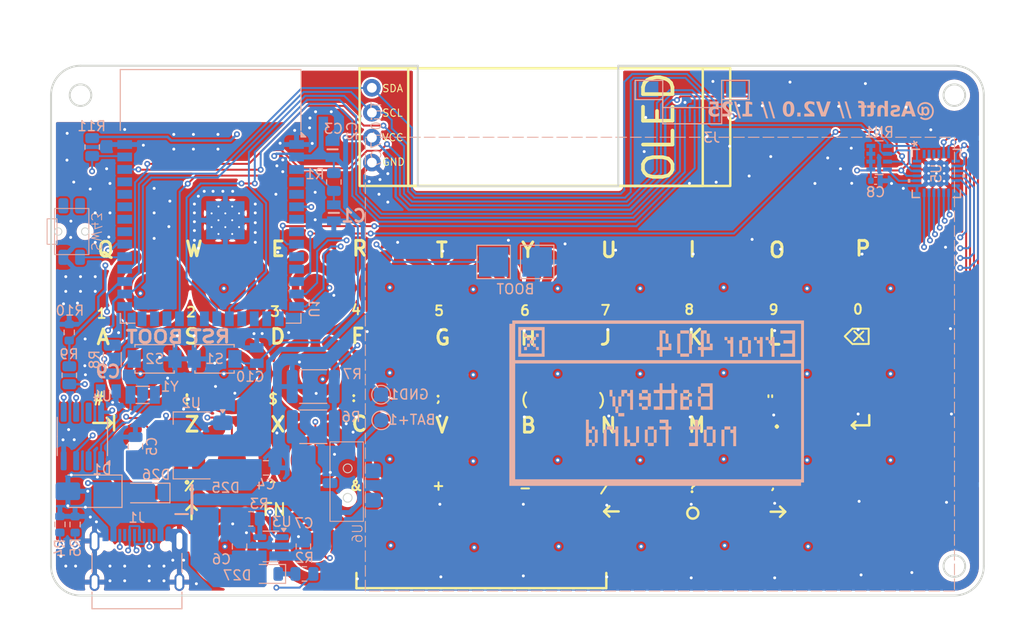
<source format=kicad_pcb>
(kicad_pcb (version 20240108) (generator "pcbnew") (generator_version "8.0")
  (layers (0 "F.Cu" signal) (1 "In1.Cu" signal) (2 "In2.Cu" signal) (31 "B.Cu" signal) (34 "B.Paste" user) (35 "F.Paste" user) (36 "B.SilkS" user "B.Silkscreen") (37 "F.SilkS" user "F.Silkscreen") (38 "B.Mask" user) (39 "F.Mask" user) (44 "Edge.Cuts" user))
  (net 0 "")
  (net 1 "GND")
  (net 2 "EN")
  (net 3 "+3.3V")
  (net 4 "col1")
  (net 5 "col2")
  (net 6 "col3")
  (net 7 "col4")
  (net 8 "col5")
  (net 10 "col6")
  (net 11 "col8")
  (net 13 "USB_5V")
  (net 14 "BAT+")
  (net 15 "Net-(D27-K)")
  (net 16 "Net-(U3-STAT)")
  (net 17 "Net-(U3-PROG)")
  (net 18 "row1")
  (net 19 "row2")
  (net 20 "row3")
  (net 21 "row4")
  (net 22 "BOOT")
  (net 23 "col7")
  (net 29 "CHRG")
  (net 32 "USB_D+")
  (net 33 "Net-(J1-CC1)")
  (net 34 "USB_D-")
  (net 35 "Net-(J1-CC2)")
  (net 36 "SPI_SCK")
  (net 37 "RES")
  (net 38 "CS")
  (net 39 "SPI_MOSI")
  (net 40 "D{slash}C")
  (net 41 "BUSY")
  (net 42 "SPI_MISO")
  (net 43 "I2C_SDA")
  (net 44 "I2C_SCL")
  (net 49 "INT")
  (net 55 "BAT_MEAS")
  (net 59 "Net-(RN1-R1.2)")
  (net 62 "MagSense")
  (net 64 "PWR_BTN")
  (net 66 "Net-(R8-Pad2)")
  (net 67 "RTC_INT")
  (net 68 "col9")
  (net 69 "col10")
  (net 73 "Net-(U4-OSCI)")
  (net 74 "Net-(U4-OSCO)")
  (net 76 "Net-(D25-S)")
  (footprint "snaptron_7mm_doublesided:contact_pad_SINGLE" (layer "F.Cu") (at 147.92 65.4)
    (property "Reference" "SW30" (hide yes))
    (property "Value" "~")
  )
  (footprint "snaptron_7mm_doublesided:contact_pad_SINGLE" (layer "F.Cu") (at 79.92 74.2)
    (property "Reference" "SW9" (hide yes))
    (property "Value" "~")
  )
  (footprint "128x32_I2C_OLED_Library:128x32 I2C OLED" (layer "F.Cu") (at 94.175 36.25)
    (property "Reference" "J2" (hide yes))
    (property "Value" "128x32_I2C_OLED")
  )
  (footprint "snaptron_7mm_doublesided:contact_pad_SINGLE" (layer "F.Cu") (at 122.392071 56.642929)
    (property "Reference" "SW37" (hide yes))
    (property "Value" "~")
  )
  (footprint "snaptron_7mm_doublesided:contact_pad_SINGLE" (layer "F.Cu") (at 96.92 65.4)
    (property "Reference" "SW20" (hide yes))
    (property "Value" "~")
  )
  (footprint "snaptron_7mm_doublesided:contact_pad_SINGLE" (layer "F.Cu") (at 79.912071 56.642929)
    (property "Reference" "SW7" (hide yes))
    (property "Value" "~")
  )
  (footprint "snaptron_7mm_doublesided:contact_pad_SINGLE" (layer "F.Cu") (at 71.4 65.4)
    (property "Reference" "SW2" (hide yes))
    (property "Value" "~")
  )
  (footprint "snaptron_7mm_doublesided:contact_pad_SINGLE" (layer "F.Cu") (at 139.42 74.2)
    (property "Reference" "SW23" (hide yes))
    (property "Value" "~")
  )
  (footprint "snaptron_7mm_doublesided:contact_pad_SINGLE" (layer "F.Cu") (at 88.42 74.2)
    (property "Reference" "SW15" (hide yes))
    (property "Value" "~")
  )
  (footprint "snaptron_7mm_doublesided:contact_pad_SINGLE" (layer "F.Cu") (at 96.9 83)
    (property "Reference" "SW22" (hide yes))
    (property "Value" "~")
  )
  (footprint "snaptron_7mm_doublesided:contact_pad_SINGLE" (layer "F.Cu") (at 105.4 83)
    (property "Reference" "SW28" (hide yes))
    (property "Value" "~")
  )
  (footprint "snaptron_7mm_doublesided:contact_pad_SINGLE" (layer "F.Cu") (at 105.42 65.4)
    (property "Reference" "SW26" (hide yes))
    (property "Value" "~")
  )
  (footprint "snaptron_7mm_doublesided:contact_pad_SINGLE" (layer "F.Cu") (at 79.9 65.4)
    (property "Reference" "SW8" (hide yes))
    (property "Value" "~")
  )
  (footprint "snaptron_7mm_doublesided:contact_pad_SINGLE" (layer "F.Cu") (at 113.88 83)
    (property "Reference" "SW34" (hide yes))
    (property "Value" "~")
  )
  (footprint "snaptron_7mm_doublesided:contact_pad_SINGLE" (layer "F.Cu") (at 147.92 74.2)
    (property "Reference" "SW35" (hide yes))
    (property "Value" "~")
  )
  (footprint "snaptron_7mm_doublesided:contact_pad_SINGLE" (layer "F.Cu") (at 147.892071 56.642929)
    (property "Reference" "SW29" (hide yes))
    (property "Value" "~")
  )
  (footprint "snaptron_7mm_doublesided:contact_pad_SINGLE" (layer "F.Cu") (at 122.4 74.2)
    (property "Reference" "SW39" (hide yes))
    (property "Value" "~")
  )
  (footprint "snaptron_7mm_doublesided:contact_pad_SINGLE" (layer "F.Cu") (at 71.42 74.2)
    (property "Reference" "SW3" (hide yes))
    (property "Value" "~")
  )
  (footprint "snaptron_7mm_doublesided:contact_pad_SINGLE" (layer "F.Cu") (at 130.9 74.2)
    (property "Reference" "SW11" (hide yes))
    (property "Value" "~")
  )
  (footprint "snaptron_7mm_doublesided:contact_pad_SINGLE" (layer "F.Cu") (at 88.4 83)
    (property "Reference" "SW16" (hide yes))
    (property "Value" "~")
  )
  (footprint "snaptron_7mm_doublesided:contact_pad_SINGLE" (layer "F.Cu") (at 71.392071 56.642929)
    (property "Reference" "SW1" (hide yes))
    (property "Value" "~")
  )
  (footprint "snaptron_7mm_doublesided:contact_pad_SINGLE" (layer "F.Cu") (at 139.4 83)
    (property "Reference" "SW24" (hide yes))
    (property "Value" "~")
  )
  (footprint "snaptron_7mm_doublesided:contact_pad_SINGLE" (layer "F.Cu") (at 105.412071 56.642929)
    (property "Reference" "SW25" (hide yes))
    (property "Value" "~")
  )
  (footprint "snaptron_7mm_doublesided:contact_pad_SINGLE" (layer "F.Cu") (at 96.912071 56.642929)
    (property "Reference" "SW19" (hide yes))
    (property "Value" "~")
  )
  (footprint "snaptron_7mm_doublesided:contact_pad_SINGLE" (layer "F.Cu") (at 113.92 65.4)
    (property "Reference" "SW32" (hide yes))
    (property "Value" "~")
  )
  (footprint "snaptron_7mm_doublesided:contact_pad_SINGLE" (layer "F.Cu") (at 79.9 83)
    (property "Reference" "SW10" (hide yes))
    (property "Value" "~")
  )
  (footprint "snaptron_7mm_doublesided:contact_pad_SINGLE" (layer "F.Cu") (at 139.42 65.4)
    (property "Reference" "SW18" (hide yes))
    (property "Value" "~")
  )
  (footprint "snaptron_7mm_doublesided:contact_pad_SINGLE" (layer "F.Cu") (at 130.892071 56.642929)
    (property "Reference" "SW5" (hide yes))
    (property "Value" "~")
  )
  (footprint "snaptron_7mm_doublesided:contact_pad_SINGLE" (layer "F.Cu") (at 96.9 74.2)
    (property "Reference" "SW21" (hide yes))
    (property "Value" "~")
  )
  (footprint "snaptron_7mm_doublesided:contact_pad_SINGLE" (layer "F.Cu") (at 122.42 65.4)
    (property "Reference" "SW38" (hide yes))
    (property "Value" "~")
  )
  (footprint "snaptron_7mm_doublesided:contact_pad_SINGLE" (layer "F.Cu") (at 122.4 83)
    (property "Reference" "SW40" (hide yes))
    (property "Value" "~")
  )
  (footprint "snaptron_7mm_doublesided:contact_pad_SINGLE" (layer "F.Cu") (at 88.42 65.4)
    (property "Reference" "SW14" (hide yes))
    (property "Value" "~")
  )
  (footprint "snaptron_7mm_doublesided:contact_pad_SINGLE" (layer "F.Cu") (at 105.42 74.2)
    (property "Reference" "SW27" (hide yes))
    (property "Value" "~")
  )
  (footprint "snaptron_7mm_doublesided:contact_pad_SINGLE" (layer "F.Cu") (at 113.92 74.2)
    (property "Reference" "SW33" (hide yes))
    (property "Value" "~")
  )
  (footprint "snaptron_7mm_doublesided:contact_pad_SINGLE" (layer "F.Cu") (at 130.9 83)
    (property "Reference" "SW12" (hide yes))
    (property "Value" "~")
  )
  (footprint "snaptron_7mm_doublesided:contact_pad_SINGLE" (layer "F.Cu") (at 88.412071 56.642929)
    (property "Reference" "SW13" (hide yes))
    (property "Value" "~")
  )
  (footprint "snaptron_7mm_doublesided:contact_pad_SINGLE" (layer "F.Cu") (at 139.412071 56.642929)
    (property "Reference" "SW17" (hide yes))
    (property "Value" "~")
  )
  (footprint "snaptron_7mm_doublesided:contact_pad_SINGLE" (layer "F.Cu") (at 113.912071 56.642929)
    (property "Reference" "SW31" (hide yes))
    (property "Value" "~")
  )
  (footprint "snaptron_7mm_doublesided:contact_pad_SINGLE" (layer "F.Cu") (at 130.9 65.4)
    (property "Reference" "SW6" (hide yes))
    (property "Value" "~")
  )
  (footprint "Resistor_SMD:R_0805_2012Metric" (layer "B.Cu") (at 65.69 42.29 90)
    (property "Reference" "R11")
    (property "Value" "2k")
  )
  (footprint "CC0805KRX7R9BB104 (100nF):CAPC2012X95N" (layer "B.Cu") (at 90.02 39.89 180)
    (property "Reference" "C2")
    (property "Value" "100nF" (hide yes))
  )
  (footprint "Capacitor_SMD:C_0805_2012Metric" (layer "B.Cu") (at 87.2 83 90)
    (property "Reference" "C7")
    (property "Value" "4.7uF")
  )
  (footprint "Resistor_SMD:R_1812_4532Metric" (layer "B.Cu") (at 88.2 66.7 180)
    (property "Reference" "R7")
    (property "Value" "100K")
  )
  (footprint "CL21A226MAQNNNE (22uF):CAPC2012X140N" (layer "B.Cu") (at 90.17 42.52 -90)
    (property "Reference" "C3")
    (property "Value" "22uF" (hide yes))
  )
  (footprint "Capacitor_SMD:C_0805_2012Metric" (layer "B.Cu") (at 83.38 74.99)
    (property "Reference" "C4")
    (property "Value" "4.7uF")
  )
  (footprint "Resistor_SMD:R_0603_1608Metric" (layer "B.Cu") (at 62.4 80.75 90)
    (property "Reference" "R4")
    (property "Value" "5.1k")
  )
  (footprint "TestPoint:TestPoint_Pad_3.0x3.0mm" (layer "B.Cu") (at 106.57 54 180)
    (property "Reference" "TP1" (hide yes))
    (property "Value" "TestPoint")
  )
  (footprint "Connector_USB:USB_C_Receptacle_G-Switch_GT-USB-7010ASV" (layer "B.Cu") (at 70.25 85.5625 180)
    (property "Reference" "J1")
    (property "Value" "USB_C_Receptacle_USB2.0_16P")
  )
  (footprint "Capacitor_SMD:C_0805_2012Metric" (layer "B.Cu") (at 80.7 83 90)
    (property "Reference" "C6")
    (property "Value" "4.7uF")
  )
  (footprint "Resistor_SMD:R_Array_Concave_4x0603" (layer "B.Cu") (at 145.840874 43.375189)
    (property "Reference" "RN1")
    (property "Value" "4x10k")
  )
  (footprint "Capacitor_SMD:C_0402_1005Metric" (layer "B.Cu") (at 145.475189 45.725189)
    (property "Reference" "C8")
    (property "Value" "0.1uF")
  )
  (footprint "CL21B105KBFNNNE:CAPC2012X135N" (layer "B.Cu") (at 90.3 49 90)
    (property "Reference" "C1")
    (property "Value" "1uF" (hide yes))
  )
  (footprint "Resistor_SMD:R_0805_2012Metric" (layer "B.Cu") (at 63.36 65.55 90)
    (property "Reference" "R9")
    (property "Value" "10K")
  )
  (footprint "Resistor_SMD:R_0805_2012Metric" (layer "B.Cu") (at 87.3 85.8 180)
    (property "Reference" "R2")
    (property "Value" "470R" (hide yes))
  )
  (footprint "LED_SMD:LED_0805_2012Metric" (layer "B.Cu") (at 83.7 85.8 180)
    (property "Reference" "D27")
    (property "Value" "KT-0805Y")
  )
  (footprint "IRLML6302TRPBF:SOT95P237X112-3N" (layer "B.Cu") (at 75.85 78.2)
    (property "Reference" "D25")
    (property "Value" "IRLML6302TRPBF" (hide yes))
  )
  (footprint "RF_Module:ESP32-S3-WROOM-1" (layer "B.Cu") (at 77.75 47.29 180)
    (property "Reference" "U1")
    (property "Value" "ESP32-S3-WROOM-1")
  )
  (footprint "AFC01-S12FCA-00:AFC01-S12FCA-00" (layer "B.Cu") (at 126.8 39.091372)
    (property "Reference" "J3")
    (property "Value" "Conn_01x12_Pin")
  )
  (footprint "TS-1088-AR02016:SW_TS-1088-AR02016" (layer "B.Cu") (at 72.045 63.88)
    (property "Reference" "S2")
    (property "Value" "TS-1088-AR02016")
  )
  (footprint "CC0805KRX7R9BB104 (100nF):CAPC2012X95N" (layer "B.Cu") (at 82.45 63.54 90)
    (property "Reference" "C10")
    (property "Value" "100nF" (hide yes))
  )
  (footprint "Resistor_SMD:R_0603_1608Metric" (layer "B.Cu") (at 63.35 61.18 90)
    (property "Reference" "R10")
    (property "Value" "20k")
  )
  (footprint "TCA8418:RTW24_2P45X2P45" (layer "B.Cu") (at 151.665874 44.974874 -90)
    (property "Reference" "U5")
    (property "Value" "TCA8418RTWR")
  )
  (footprint "Package_TO_SOT_SMD:SOT-23-5" (layer "B.Cu") (at 83.9 83 180)
    (property "Reference" "U3")
    (property "Value" "MCP73831-2-OT")
  )
  (footprint "Capacitor_SMD:C_0805_2012Metric" (layer "B.Cu") (at 70.09 72.8 90)
    (property "Reference" "C5")
    (property "Value" "4.7uF")
  )
  (footprint "Crystal:Crystal_SMD_3215-2Pin_3.2x1.5mm" (layer "B.Cu") (at 70.83 67.55)
    (property "Reference" "Y1")
    (property "Value" "Crystal_32.768kHz")
  )
  (footprint "Package_SO:SOIC-8_3.9x4.9mm_P1.27mm" (layer "B.Cu") (at 64.69 71.79 90)
    (property "Reference" "U4")
    (property "Value" "PCF8563T")
  )
  (footprint "TestPoint:TestPoint_Pad_D1.5mm" (layer "B.Cu") (at 95.11 67.53 180)
    (property "Reference" "GND1")
    (property "Value" "TestPoint_Flag")
  )
  (footprint "Diode_SMD:D_SMA" (layer "B.Cu") (at 65.2175 77.37 180)
    (property "Reference" "D1")
    (property "Value" "SMAJ5.0A")
  )
  (footprint "TS-1088-AR02016:SW_TS-1088-AR02016" (layer "B.Cu") (at 78.15 63.88 180)
    (property "Reference" "S1")
    (property "Value" "TS-1088-AR02016")
  )
  (footprint "Resistor_SMD:R_0603_1608Metric" (layer "B.Cu") (at 63.95 80.7625 90)
    (property "Reference" "R5")
    (property "Value" "5.1k")
  )
  (footprint "CC0805KRX7R9BB104 (100nF):CAPC2012X95N" (layer "B.Cu") (at 67.34 67.17 180)
    (property "Reference" "C9")
    (property "Value" "100nF" (hide yes))
  )
  (footprint "Diode_SMD:D_SOD-123" (layer "B.Cu") (at 71.25 77.55 180)
    (property "Reference" "D26")
    (property "Value" "1N4148W")
  )
  (footprint "TestPoint:TestPoint_Pad_3.0x3.0mm" (layer "B.Cu") (at 111.01 54 180)
    (property "Reference" "TP2" (hide yes))
    (property "Value" "TestPoint")
  )
  (footprint "EVQPUL02K:EVQPUL02K" (layer "B.Cu") (at 63.6 50.9 90)
    (property "Reference" "SW43")
    (property "Value" "EVQPUL02K")
    (fp_circle (center 0 -1.375) (end 0.375 -1.375) (stroke (width 0.1)) (fill none) (layer "Edge.Cuts"))
    (fp_circle (center 0 1.375) (end 0.375 1.375) (stroke (width 0.1)) (fill none) (layer "Edge.Cuts"))
  )
  (footprint "LOGO" (layer "B.Cu") (at 123.18 68.4 180)
    (property "Reference" "G***" (hide yes))
    (property "Value" "LOGO" (hide yes))
  )
  (footprint "TestPoint:TestPoint_Pad_D1.5mm" (layer "B.Cu") (at 95.13 70.14 180)
    (property "Reference" "BAT+1")
    (property "Value" "TestPoint_Flag")
  )
  (footprint "BC-4-3PD:BC-4-3PD" (layer "B.Cu") (at 91.71 76.54 -90)
    (property "Reference" "U6")
    (property "Value" "BC-4-3PD")
    (fp_circle (center -1.5 0) (end -1.05 0) (stroke (width 0.1)) (fill none) (layer "Edge.Cuts"))
    (fp_circle (center 1.5 0) (end 1.95 0) (stroke (width 0.1)) (fill none) (layer "Edge.Cuts"))
  )
  (footprint "Package_TO_SOT_SMD:SOT-223-3_TabPin2" (layer "B.Cu") (at 75.85 72.7 180)
    (property "Reference" "U2")
    (property "Value" "AP2114H-3.3TRG1")
  )
  (footprint "Resistor_SMD:R_1206_3216Metric" (layer "B.Cu") (at 67.74 63.95 -90)
    (property "Reference" "R8")
    (property "Value" "100R")
  )
  (footprint "Resistor_SMD:R_1812_4532Metric" (layer "B.Cu") (at 88.2125 70.8)
    (property "Reference" "R6")
    (property "Value" "100K")
  )
  (footprint "Resistor_SMD:R_0805_2012Metric" (layer "B.Cu") (at 81.85 80.19)
    (property "Reference" "R3")
    (property "Value" "2k")
  )
  (footprint "Resistor_SMD:R_0805_2012Metric" (layer "B.Cu") (at 90.3 45.85 -90)
    (property "Reference" "R1")
    (property "Value" "10K")
  )
  (gr_circle (center 91.711654 75.04) (end 92.89 75.04) (stroke (width 0.2)) (fill solid) (layer "F.Cu") (net 20))
  (gr_poly (pts (xy 89.9 81.4) (xy 91.03 80.27) (xy 91.03 78.33) (xy 90.16 77.46) (xy 88.44 77.46) (xy 88.3 77.6) (xy 88.3 81.4)) (stroke (width 0.2)) (fill solid) (layer "B.Cu") (net 14))
  (gr_poly (pts (xy 75.5 77.8) (xy 76.32561 76.97439) (xy 75.7 76.97439) (xy 75.5 77.17439)) (stroke (width 0.2)) (fill solid) (layer "B.Cu") (net 76))
  (gr_poly (pts (xy 81.7 83.09) (xy 80.44 83.09) (xy 78.9 81.55) (xy 78.9 79.1) (xy 81.7 79.1)) (stroke (width 0.2)) (fill solid) (layer "B.Cu") (net 1))
  (gr_poly (pts (xy 85.475 76.475) (xy 86.05 75.9) (xy 87.3 75.9) (xy 87.5 76.1) (xy 87.5 77) (xy 87.1 77.4) (xy 86.4 77.4)) (stroke (width 0.2)) (fill solid) (layer "B.Cu") (net 14))
  (gr_poly (pts (xy 75 81.5) (xy 75.3 81.8) (xy 75.3 83.7) (xy 75 84)) (stroke (width 0.2)) (fill solid) (layer "B.Cu") (net 1))
  (gr_poly (pts (xy 75.8 82.43) (xy 75.8 84.8) (xy 78.05 87.05) (xy 79.7 87.05) (xy 80.2 86.55) (xy 80.2 85.31) (xy 77.32 82.43)) (stroke (width 0.2)) (fill solid) (layer "B.Cu") (net 13))
  (gr_poly (pts (xy 80.53 73.71) (xy 82.85 73.71) (xy 83.8 72.76) (xy 83.8 64.85) (xy 80.53 68.12)) (stroke (width 0.2)) (fill solid) (layer "B.Cu") (net 3))
  (gr_poly (pts (xy 90.57 38.54) (xy 91.24 39.21) (xy 91.25 40.59) (xy 90.78 41.25) (xy 90.77 42.05) (xy 89.56 42.07) (xy 89.57 41.29) (xy 90.41 40.51) (xy 90.41 39.19) (xy 90.13 38.96) (xy 89.8 38.87)) (stroke (width 0.2)) (fill solid) (layer "B.Cu") (net 1))
  (gr_poly (pts (xy 83.3 77.7) (xy 83.3 76.5) (xy 87.1 76.5) (xy 87.1 78.7) (xy 84.3 78.7)) (stroke (width 0.2)) (fill solid) (layer "B.Cu") (net 14))
  (gr_poly (pts (xy 80.53 73.71) (xy 81.5 72.74) (xy 81.5 72.64) (xy 80.53 71.67)) (stroke (width 0.2)) (fill solid) (layer "B.Cu") (net 3))
  (gr_poly (pts (xy 88.88 74.52) (xy 88.78 74.42) (xy 88.78 72.9) (xy 88.85 72.83) (xy 91.41 72.83) (xy 91.41 73.82) (xy 90.71 74.52)) (stroke (width 0.2)) (fill solid) (layer "B.Cu") (net 1))
  (gr_poly (pts (xy 73.23 80.65) (xy 72.84 81.04) (xy 72.84 82.31) (xy 72.46 82.31) (xy 72.46 81.06) (xy 71.9 80.5) (xy 68.5 80.5) (xy 68.04 80.96) (xy 68.04 82.4) (xy 67.65 82.4) (xy 67.65 79.15) (xy 67 78.5) (xy 66.3 78.5) (xy 68.39 77) (xy 71.080264 77.419736) (xy 71.022417 77.477583) (xy 70.315032 78.184968) (xy 72 78.2) (xy 72.5 78.7) (xy 75.4 78.7) (xy 75.9 79.2) (xy 75.9 80.2) (xy 75.45 80.65)) (stroke (width 0.2)) (fill solid) (layer "B.Cu") (net 13))
  (gr_poly (pts (xy 79.7 87.05) (xy 83.2 87.05) (xy 83.35 86.9) (xy 83.35 86.55) (xy 82.8 86) (xy 79.7 86)) (stroke (width 0.2)) (fill solid) (layer "B.Cu") (net 13))
  (gr_poly (pts (xy 86.1 71.05) (xy 86.1 76.4) (xy 87.4 75.1) (xy 87.4 72.2) (xy 86.25 71.05)) (stroke (width 0.2)) (fill solid) (layer "B.Cu") (net 14))
  (gr_poly (pts (xy 73.9 81.3) (xy 74.8 81.3) (xy 75 81.5) (xy 75 84) (xy 74 84) (xy 73.9 83.9)) (stroke (width 0.2)) (fill solid) (layer "B.Cu") (net 1))
  (gr_poly (pts (xy 82.85 76.2) (xy 76.85 76.2) (xy 76.6 75.2) (xy 77.6 74.2) (xy 82.85 74.2)) (stroke (width 0.2)) (fill solid) (layer "B.Cu") (net 76))
  (gr_poly (pts (xy 87.8 76.35) (xy 87.8 79.4) (xy 86.4 78) (xy 86.4 77.4) (xy 87.45 76.35)) (stroke (width 0.2)) (fill solid) (layer "B.Cu") (net 14))
  (gr_poly (pts (xy 80.02 83.51) (xy 83.35 83.51) (xy 83.35 86.55) (xy 80.02 86.55)) (stroke (width 0.2)) (fill solid) (layer "B.Cu") (net 13))
  (gr_poly (pts (xy 81.7 83.09) (xy 83.79 83.09) (xy 83.9 83.2) (xy 86 83.2) (xy 86.2 83) (xy 87.7 83) (xy 87.9 82.8) (xy 87.9 81.6) (xy 85.4 79.1) (xy 84.45 79.1) (xy 84.45 81) (xy 84.85 81.4) (xy 85.9 81.4) (xy 86 81.5) (xy 86 82.6) (xy 85.9 82.7) (xy 84.3 82.7) (xy 81.7 82.7)) (stroke (width 0.2)) (fill solid) (layer "B.Cu") (net 1))
  (gr_poly (pts (xy 88.15 74.45) (xy 86.7 75.9) (xy 86.1 75.9) (xy 86.1 76.4) (xy 87.05 77.35) (xy 88.84 75.56) (xy 88.84 75.09) (xy 88.2 74.45)) (stroke (width 0.2)) (fill solid) (layer "B.Cu") (net 14))
  (gr_poly (pts (xy 70.5 77) (xy 70.06 76.55) (xy 66.02 76.55) (xy 65.92 76.66) (xy 65.92 78.22) (xy 66.07 78.45) (xy 69.18 78.45) (xy 70.5 77.13)) (stroke (width 0.2)) (fill solid) (layer "B.Cu") (net 13))
  (gr_poly (pts (xy 83.78 73.75) (xy 84.89 73.75) (xy 84.9 73.8) (xy 84.9 74.77) (xy 84.83 74.8) (xy 83.73 74.8) (xy 83.73 73.8)) (stroke (width 0.2)) (fill solid) (layer "B.Cu") (net 1))
  (gr_poly (pts (xy 80.05 71.7) (xy 80.7 71.05) (xy 80.7 71.5) (xy 80.5 71.7)) (stroke (width 0.2)) (fill solid) (layer "B.Cu") (net 3))
  (gr_poly (pts (xy 73.4 81.3) (xy 74 81.3) (xy 74 82.4) (xy 73.9 82.5) (xy 73.8 82.5) (xy 73.4 82.1)) (stroke (width 0.2)) (fill solid) (layer "B.Cu") (net 1))
  (gr_poly (pts (xy 84.3 83.6) (xy 86.2 83.6) (xy 86.4 83.4) (xy 87.9 83.4) (xy 88.6 82.7) (xy 89.9 82.7) (xy 89.89 82.7) (xy 89.89 83.229398) (xy 88.943284 84.35) (xy 83.83 84.35) (xy 83.83 83.6)) (stroke (width 0.2)) (fill solid) (layer "B.Cu") (net 14))
  (gr_poly (pts (xy 67.6 80.9) (xy 65.91 79.13) (xy 65.91 78.21) (xy 67.51 78.21) (xy 67.7 78.4) (xy 67.7 80.8)) (stroke (width 0.2)) (fill solid) (layer "B.Cu") (net 13))
  (gr_poly (pts (xy 75.4 79.1) (xy 78.46 79.1) (xy 78.46 83.39) (xy 78.46 83.45) (xy 78.92 83.91) (xy 79.9 83.91) (xy 79.9 84.9) (xy 78.27 84.9) (xy 75.8 82.43) (xy 75.8 81.537146) (xy 74.950723 80.7) (xy 75.4 80.65)) (stroke (width 0.2)) (fill solid) (layer "B.Cu") (net 13))
  (gr_poly (pts (xy 83.2 76.5) (xy 81.6 78.1) (xy 83 78.1) (xy 84.1 77) (xy 83.6 76.5)) (stroke (width 0.2)) (fill solid) (layer "B.Cu") (net 14))
  (gr_poly (pts (xy 69.22 73.31) (xy 70.42 73.29) (xy 71.3 72.41) (xy 71.3 71.08) (xy 72.16 70.22) (xy 75.55 70.22) (xy 77.02 71.69) (xy 80.51 71.69) (xy 80.53 71.67) (xy 80.53 73.71) (xy 77.41 73.71) (xy 77.405 73.705) (xy 76.42 74.7) (xy 76.350703 74.77) (xy 73.71 74.77) (xy 72.41 76.07) (xy 69.87 76.06) (xy 69.22 75.21) (xy 69.22 73.31) (xy 70.78 73.29) (xy 69.24 73.31) (xy 69.65 73.72) (xy 69.63 73.72)) (stroke (width 0.2)) (fill solid) (layer "B.Cu") (net 3))
  (gr_poly (pts (xy 73.85 75.2) (xy 72.45 76.6) (xy 72.45 78.05) (xy 72.7 78.3) (xy 75.4 78.3) (xy 75.6 78.1) (xy 75.6 76.5) (xy 74.3 75.2)) (stroke (width 0.2)) (fill solid) (layer "B.Cu") (net 76))
  (gr_poly (pts (xy 72 78.2) (xy 72 76.79) (xy 71.705263 76.51) (xy 69.91 76.51) (xy 69.91 78.21) (xy 70 78.3) (xy 71.9 78.3)) (stroke (width 0.2)) (fill solid) (layer "B.Cu") (net 13))
  (gr_poly (pts (xy 82.85 76.2) (xy 81.85 77.2) (xy 76.02561 77.2) (xy 74.02561 75.2) (xy 73.85 75.2) (xy 81.85 75.2)) (stroke (width 0.2)) (fill solid) (layer "B.Cu") (net 76))
  (gr_poly (pts (xy 88.84 80.4) (xy 88.84 75.5) (xy 88.1 75.5) (xy 87.1 76.5) (xy 87.1 79.25) (xy 88.25 80.4)) (stroke (width 0.2)) (fill solid) (layer "B.Cu") (net 14))
  (gr_poly (pts (xy 89.9 82.7) (xy 89.9 81.4) (xy 89.3 81.4) (xy 88.9 81) (xy 88.9 80.4) (xy 86.2 77.7) (xy 76.2 77.7) (xy 76 77.9) (xy 76 78.5) (xy 76.2 78.7) (xy 85.6 78.7) (xy 88.3 81.4) (xy 88.3 83.2) (xy 89.9 83.2)) (stroke (width 0.2)) (fill solid) (layer "B.Cu") (net 14))
  (gr_line (start 144.83 70.65) (end 143.06 70.65) (stroke (width 0.25)) (layer "F.SilkS"))
  (gr_line (start 67.7 70.41) (end 67.17 70.94) (stroke (width 0.25)) (layer "F.SilkS"))
  (gr_line (start 75.81 80.22) (end 75.81 78.74) (stroke (width 0.25)) (layer "F.SilkS"))
  (gr_line (start 144.775 62.36) (end 143.205 62.36) (stroke (width 0.2)) (layer "F.SilkS"))
  (gr_line (start 143.13 62.375) (end 142.36 61.605) (stroke (width 0.2)) (layer "F.SilkS"))
  (gr_line (start 143.06 70.65) (end 143.43 70.28) (stroke (width 0.25)) (layer "F.SilkS"))
  (gr_line (start 144.83 69.62) (end 144.83 70.65) (stroke (width 0.25)) (layer "F.SilkS"))
  (gr_line (start 119.31 79.43) (end 117.83 79.43) (stroke (width 0.25)) (layer "F.SilkS"))
  (gr_line (start 143.135 60.8) (end 144.775 60.8) (stroke (width 0.2)) (layer "F.SilkS"))
  (gr_line (start 144.775 60.8) (end 144.775 62.36) (stroke (width 0.2)) (layer "F.SilkS"))
  (gr_line (start 92.6 85.7) (end 92.6 87.25) (stroke (width 0.25)) (layer "F.SilkS"))
  (gr_line (start 67.92 69.67) (end 67.92 71.17) (stroke (width 0.25)) (layer "F.SilkS"))
  (gr_line (start 136.27 79.46) (end 135.74 79.99) (stroke (width 0.25)) (layer "F.SilkS"))
  (gr_line (start 143.06 70.65) (end 143.4 70.99) (stroke (width 0.25)) (layer "F.SilkS"))
  (gr_line (start 92.6 87.25) (end 118.05 87.25) (stroke (width 0.25)) (layer "F.SilkS"))
  (gr_line (start 65.8 70.41) (end 67.7 70.41) (stroke (width 0.25)) (layer "F.SilkS"))
  (gr_line (start 117.83 79.43) (end 118.36 78.9) (stroke (width 0.25)) (layer "F.SilkS"))
  (gr_line (start 134.79 79.46) (end 136.27 79.46) (stroke (width 0.25)) (layer "F.SilkS"))
  (gr_line (start 75.81 78.74) (end 76.34 79.27) (stroke (width 0.25)) (layer "F.SilkS"))
  (gr_line (start 117.83 79.43) (end 118.36 79.96) (stroke (width 0.25)) (layer "F.SilkS"))
  (gr_line (start 143.285 62.03) (end 144.225 61.09) (stroke (width 0.2)) (layer "F.SilkS"))
  (gr_line (start 136.27 79.46) (end 135.74 78.93) (stroke (width 0.25)) (layer "F.SilkS"))
  (gr_line (start 143.305 61.08) (end 144.225 62) (stroke (width 0.2)) (layer "F.SilkS"))
  (gr_circle (center 126.86 79.6) (end 127.425685 79.6) (stroke (width 0.25)) (fill none) (layer "F.SilkS"))
  (gr_line (start 118.05 85.7) (end 118.05 87.25) (stroke (width 0.25)) (layer "F.SilkS"))
  (gr_line (start 67.7 70.41) (end 67.17 69.88) (stroke (width 0.25)) (layer "F.SilkS"))
  (gr_line (start 75.81 78.74) (end 75.28 79.27) (stroke (width 0.25)) (layer "F.SilkS"))
  (gr_line (start 142.34 61.575) (end 143.13 60.785) (stroke (width 0.2)) (layer "F.SilkS"))
  (gr_line (start 153.5 88) (end 64.5 88) (stroke (width 0.2)) (layer "Edge.Cuts"))
  (gr_line (start 98.85 46.27) (end 119.27 46.27) (stroke (width 0.2)) (layer "Edge.Cuts"))
  (gr_line (start 156.5 37) (end 156.5 85) (stroke (width 0.2)) (layer "Edge.Cuts"))
  (gr_circle (center 153.5 37) (end 154.6 37) (stroke (width 0.2)) (fill none) (layer "Edge.Cuts"))
  (gr_arc (start 156.5 85) (mid 155.62132 87.12132) (end 153.5 88) (stroke (width 0.2)) (layer "Edge.Cuts"))
  (gr_arc (start 61.5 37) (mid 62.37868 34.87868) (end 64.5 34) (stroke (width 0.2)) (layer "Edge.Cuts"))
  (gr_line (start 119.27 34) (end 153.5 34) (stroke (width 0.2)) (layer "Edge.Cuts"))
  (gr_circle (center 64.5 37) (end 65.6 37) (stroke (width 0.2)) (fill none) (layer "Edge.Cuts"))
  (gr_line (start 61.5 85) (end 61.5 37) (stroke (width 0.2)) (layer "Edge.Cuts"))
  (gr_arc (start 153.5 34) (mid 155.62132 34.87868) (end 156.5 37) (stroke (width 0.2)) (layer "Edge.Cuts"))
  (gr_arc (start 64.5 88) (mid 62.37868 87.12132) (end 61.5 85) (stroke (width 0.2)) (layer "Edge.Cuts"))
  (gr_circle (center 153.5 85) (end 154.6 85) (stroke (width 0.2)) (fill none) (layer "Edge.Cuts"))
  (gr_line (start 119.27 46.27) (end 119.27 34) (stroke (width 0.2)) (layer "Edge.Cuts"))
  (gr_line (start 64.5 34) (end 98.85 34) (stroke (width 0.2)) (layer "Edge.Cuts"))
  (gr_line (start 98.85 34) (end 98.85 46.27) (stroke (width 0.2)) (layer "Edge.Cuts"))
  (gr_text "RST" (at 79.93 62.34 0) (layer "B.SilkS") (effects (font (size 1.25 1.5) (thickness 0.3) (bold yes)) (justify left bottom mirror)))
  (gr_text "@Ashtf // V2.0 // 1/25" (at 151.54 39.43 0) (layer "B.SilkS") (effects (font (size 1.5 1.4) (thickness 0.25) (bold yes)) (justify left bottom mirror)))
  (gr_text "BOOT" (at 75.13 62.38 0) (layer "B.SilkS") (effects (font (size 1.25 1.5) (thickness 0.3) (bold yes)) (justify left bottom mirror)))
  (gr_text "BOOT" (at 110.83 57.36 0) (layer "B.SilkS") (effects (font (size 1 1)) (justify left bottom mirror)))
  (gr_text "{dblquote}" (at 134.24 68.72 0) (layer "F.SilkS") (effects (font (size 1 1) (thickness 0.2) (bold yes)) (justify left bottom)))
  (gr_text "T" (at 100.53 53.66 0) (layer "F.SilkS") (effects (font (size 1.5 1.5) (thickness 0.3) (bold yes)) (justify left bottom)))
  (gr_text "^" (at 83.66 77.5 0) (layer "F.SilkS") (effects (font (size 1 1) (thickness 0.2) (bold yes)) (justify left bottom)))
  (gr_text "8" (at 125.89 59.44 0) (layer "F.SilkS") (effects (font (size 1 1) (thickness 0.2) (bold yes)) (justify left bottom)))
  (gr_text "," (at 134.62 77.26 0) (layer "F.SilkS") (effects (font (size 1 1) (thickness 0.2) (bold yes)) (justify left bottom)))
  (gr_text "X" (at 83.69 71.44 0) (layer "F.SilkS") (effects (font (size 1.5 1.5) (thickness 0.3) (bold yes)) (justify left bottom)))
  (gr_text "-" (at 109.04 77.6 0) (layer "F.SilkS") (effects (font (size 1 1) (thickness 0.2) (bold yes)) (justify left bottom)))
  (gr_text "'" (at 126.13 68.57 0) (layer "F.SilkS") (effects (font (size 1 1) (thickness 0.2) (bold yes)) (justify left bottom)))
  (gr_text "S" (at 74.9 62.49 0) (layer "F.SilkS") (effects (font (size 1.5 1.5) (thickness 0.3) (bold yes)) (justify left bottom)))
  (gr_text "9" (at 134.48 59.45 0) (layer "F.SilkS") (effects (font (size 1 1) (thickness 0.2) (bold yes)) (justify left bottom)))
  (gr_text "Y" (at 109.22 53.66 0) (layer "F.SilkS") (effects (font (size 1.5 1.5) (thickness 0.3) (bold yes)) (justify left bottom)))
  (gr_text "N" (at 117.28 71.54 0) (layer "F.SilkS") (effects (font (size 1.5 1.5) (thickness 0.3) (bold yes)) (justify left bottom)))
  (gr_text "FN" (at 82.91 79.98 0) (layer "F.SilkS") (effects (font (size 1.25 1.25) (thickness 0.2) (bold yes)) (justify left bottom)))
  (gr_text "3" (at 83.71 59.64 0) (layer "F.SilkS") (effects (font (size 1 1) (thickness 0.2) (bold yes)) (justify left bottom)))
  (gr_text "." (at 134.87 71.05 0) (layer "F.SilkS") (effects (font (size 1.5 1.5) (thickness 0.3) (bold yes)) (justify left bottom)))
  (gr_text "P" (at 143.24 53.51 0) (layer "F.SilkS") (effects (font (size 1.5 1.5) (thickness 0.3) (bold yes)) (justify left bottom)))
  (gr_text ";" (at 100.55 68.38 0) (layer "F.SilkS") (effects (font (size 1 1) (thickness 0.2) (bold yes)) (justify left bottom)))
  (gr_text "R" (at 91.99 53.51 0) (layer "F.SilkS") (effects (font (size 1.5 1.5) (thickness 0.3) (bold yes)) (justify left bottom)))
  (gr_text "V" (at 100.48 71.54 0) (layer "F.SilkS") (effects (font (size 1.5 1.5) (thickness 0.3) (bold yes)) (justify left bottom)))
  (gr_text "K" (at 126.15 62.54 0) (layer "F.SilkS") (effects (font (size 1.5 1.5) (thickness 0.3) (bold yes)) (justify left bottom)))
  (gr_text "?" (at 126.27 77.6 0) (layer "F.SilkS") (effects (font (size 1 1) (thickness 0.2) (bold yes)) (justify left bottom)))
  (gr_text "U" (at 117.33 53.66 0) (layer "F.SilkS") (effects (font (size 1.5 1.5) (thickness 0.3) (bold yes)) (justify left bottom)))
  (gr_text "Q" (at 66.07 53.61 0) (layer "F.SilkS") (effects (font (size 1.5 1.5) (thickness 0.3) (bold yes)) (justify left bottom)))
  (gr_text "L" (at 134.36 62.59 0) (layer "F.SilkS") (effects (font (size 1.5 1.5) (thickness 0.3) (bold yes)) (justify left bottom)))
  (gr_text "O" (at 134.46 53.66 0) (layer "F.SilkS") (effects (font (size 1.5 1.5) (thickness 0.3) (bold yes)) (justify left bottom)))
  (gr_text "F" (at 91.89 62.44 0) (layer "F.SilkS") (effects (font (size 1.5 1.5) (thickness 0.3) (bold yes)) (justify left bottom)))
  (gr_text "#" (at 65.72 68.48 0) (layer "F.SilkS") (effects (font (size 1 1) (thickness 0.2) (bold yes)) (justify left bottom)))
  (gr_text ")" (at 117.15 68.62 0) (layer "F.SilkS") (effects (font (size 1 1) (thickness 0.2) (bold yes)) (justify left bottom)))
  (gr_text "J" (at 117.23 62.59 0) (layer "F.SilkS") (effects (font (size 1.5 1.5) (thickness 0.3) (bold yes)) (justify left bottom)))
  (gr_text "I" (at 126.25 53.61 0) (layer "F.SilkS") (effects (font (size 1.5 1.5) (thickness 0.3) (bold yes)) (justify left bottom)))
  (gr_text ":" (at 91.96 68.33 0) (layer "F.SilkS") (effects (font (size 1 1) (thickness 0.2) (bold yes)) (justify left bottom)))
  (gr_text "Z" (at 74.95 71.44 0) (layer "F.SilkS") (effects (font (size 1.5 1.5) (thickness 0.3) (bold yes)) (justify left bottom)))
  (gr_text "2" (at 75.15 59.7 0) (layer "F.SilkS") (effects (font (size 1 1) (thickness 0.2) (bold yes)) (justify left bottom)))
  (gr_text "5" (at 100.41 59.57 0) (layer "F.SilkS") (effects (font (size 1 1) (thickness 0.2) (bold yes)) (justify left bottom)))
  (gr_text "E" (at 83.74 53.56 0) (layer "F.SilkS") (effects (font (size 1.5 1.5) (thickness 0.3) (bold yes)) (justify left bottom)))
  (gr_text "0" (at 143.07 59.42 0) (layer "F.SilkS") (effects (font (size 1 1) (thickness 0.2) (bold yes)) (justify left bottom)))
  (gr_text "7" (at 117.36 59.51 0) (layer "F.SilkS") (effects (font (size 1 1) (thickness 0.2) (bold yes)) (justify left bottom)))
  (gr_text "W" (at 75 53.56 0) (layer "F.SilkS") (effects (font (size 1.5 1.5) (thickness 0.3) (bold yes)) (justify left bottom)))
  (gr_text "C" (at 91.94 71.39 0) (layer "F.SilkS") (effects (font (size 1.5 1.5) (thickness 0.3) (bold yes)) (justify left bottom)))
  (gr_text "!" (at 74.97 68.62 0) (layer "F.SilkS") (effects (font (size 1 1) (thickness 0.2) (bold yes)) (justify left bottom)))
  (gr_text "%" (at 74.88 77.45 0) (layer "F.SilkS") (effects (font (size 1 1) (thickness 0.2) (bold yes)) (justify left bottom)))
  (gr_text "D" (at 83.64 62.49 0) (layer "F.SilkS") (effects (font (size 1.5 1.5) (thickness 0.3) (bold yes)) (justify left bottom)))
  (gr_text "/" (at 117.3 77.5 0) (layer "F.SilkS") (effects (font (size 1 1) (thickness 0.2) (bold yes)) (justify left bottom)))
  (gr_text "M" (at 126.2 71.49 0) (layer "F.SilkS") (effects (font (size 1.5 1.5) (thickness 0.3) (bold yes)) (justify left bottom)))
  (gr_text "+" (at 100.21 77.36 0) (layer "F.SilkS") (effects (font (size 1 1) (thickness 0.2) (bold yes)) (justify left bottom)))
  (gr_text "$" (at 83.51 68.57 0) (layer "F.SilkS") (effects (font (size 1 1) (thickness 0.2) (bold yes)) (justify left bottom)))
  (gr_text "(" (at 109.24 68.57 0) (layer "F.SilkS") (effects (font (size 1 1) (thickness 0.2) (bold yes)) (justify left bottom)))
  (gr_text "1" (at 66.05 59.84 0) (layer "F.SilkS") (effects (font (size 1 1) (thickness 0.2) (bold yes)) (justify left bottom)))
  (gr_text "G" (at 100.43 62.59 0) (layer "F.SilkS") (effects (font (size 1.5 1.5) (thickness 0.3) (bold yes)) (justify left bottom)))
  (gr_text "H" (at 109.12 62.59 0) (layer "F.SilkS") (effects (font (size 1.5 1.5) (thickness 0.3) (bold yes)) (justify left bottom)))
  (gr_text "6" (at 109.16 59.54 0) (layer "F.SilkS") (effects (font (size 1 1) (thickness 0.2) (bold yes)) (justify left bottom)))
  (gr_text "&" (at 91.82 77.4 0) (layer "F.SilkS") (effects (font (size 1 1) (thickness 0.2) (bold yes)) (justify left bottom)))
  (gr_text "4" (at 91.95 59.47 0) (layer "F.SilkS") (effects (font (size 1 1) (thickness 0.2) (bold yes)) (justify left bottom)))
  (gr_text "A" (at 65.97 62.54 0) (layer "F.SilkS") (effects (font (size 1.5 1.5) (thickness 0.3) (bold yes)) (justify left bottom)))
  (gr_text "B" (at 109.17 71.54 0) (layer "F.SilkS") (effects (font (size 1.5 1.5) (thickness 0.3) (bold yes)) (justify left bottom)))
  (via (at 76.07 61.52) (size 0.6) (drill 0.3) (layers "F.Cu" "B.Cu") (net 1))
  (via (at 109.7 61) (size 0.6) (drill 0.3) (layers "F.Cu" "B.Cu") (net 1))
  (via (at 82.3 48.1) (size 0.6) (drill 0.3) (layers "F.Cu" "B.Cu") (net 1))
  (via (at 143.04712 45.983428) (size 0.6) (drill 0.3) (layers "F.Cu" "B.Cu") (net 1))
  (via (at 65.49 46.57) (size 0.6) (drill 0.3) (layers "F.Cu" "B.Cu") (net 1))
  (via (at 85.1 43.6) (size 0.6) (drill 0.3) (layers "F.Cu" "B.Cu") (net 1))
  (via (at 85.1 44.8) (size 0.6) (drill 0.3) (layers "F.Cu" "B.Cu") (net 1))
  (via (at 76.1 49.9) (size 0.6) (drill 0.3) (layers "F.Cu" "B.Cu") (net 1))
  (via (at 101.2 60.93) (size 0.6) (drill 0.3) (layers "F.Cu" "B.Cu") (net 1))
  (via (at 63.52 49.84) (size 0.6) (drill 0.3) (layers "F.Cu" "B.Cu") (net 1))
  (via (at 71.5 86.5) (size 0.6) (drill 0.3) (layers "F.Cu" "B.Cu") (net 1))
  (via (at 84.83 41.9) (size 0.6) (drill 0.3) (layers "F.Cu" "B.Cu") (net 1))
  (via (at 63 57) (size 0.6) (drill 0.3) (layers "F.Cu" "B.Cu") (net 1))
  (via (at 66 57) (size 0.6) (drill 0.3) (layers "F.Cu" "B.Cu") (net 1))
  (via (at 118.1 86.1) (size 0.6) (drill 0.3) (layers "F.Cu" "B.Cu") (net 1))
  (via (at 92.6 69.8) (size 0.6) (drill 0.3) (layers "F.Cu" "B.Cu") (net 1))
  (via (at 135.1 69.6) (size 0.6) (drill 0.3) (layers "F.Cu" "B.Cu") (net 1))
  (via (at 76.1 48.1) (size 0.6) (drill 0.3) (layers "F.Cu" "B.Cu") (net 1))
  (via (at 74.37 61.51) (size 0.6) (drill 0.3) (layers "F.Cu" "B.Cu") (net 1))
  (via (at 76.5 47.3) (size 0.6) (drill 0.3) (layers "F.Cu" "B.Cu") (net 1))
  (via (at 133.94 38.08) (size 0.6) (drill 0.3) (layers "F.Cu" "B.Cu") (net 1))
  (via (at 131.54 38.05) (size 0.6) (drill 0.3) (layers "F.Cu" "B.Cu") (net 1))
  (via (at 126.062662 37.741371) (size 0.6) (drill 0.3) (layers "F.Cu" "B.Cu") (net 1))
  (via (at 64.5 55.5) (size 0.6) (drill 0.3) (layers "F.Cu" "B.Cu") (net 1))
  (via (at 130.61 42.2) (size 0.6) (drill 0.3) (layers "F.Cu" "B.Cu") (net 1))
  (via (at 141.9 44.5) (size 0.6) (drill 0.3) (layers "F.Cu" "B.Cu") (net 1))
  (via (at 94.9 47.1) (size 0.6) (drill 0.3) (layers "F.Cu" "B.Cu") (net 1))
  (via (at 143.7 60.9) (size 0.6) (drill 0.3) (layers "F.Cu" "B.Cu") (net 1))
  (via (at 93.7 61.1) (size 0.6) (drill 0.3) (layers "F.Cu" "B.Cu") (net 1))
  (via (at 82.17 61.31) (size 0.6) (drill 0.3) (layers "F.Cu" "B.Cu") (net 1))
  (via (at 95.8 47.9) (size 0.6) (drill 0.3) (layers "F.Cu" "B.Cu") (net 1))
  (via (at 67.16 44.5) (size 0.6) (drill 0.3) (layers "F.Cu" "B.Cu") (net 1))
  (via (at 88.44 38.69) (size 0.6) (drill 0.3) (layers "F.Cu" "B.Cu") (net 1))
  (via (at 74 41) (size 0.6) (drill 0.3) (layers "F.Cu" "B.Cu") (net 1))
  (via (at 78.5 41) (size 0.6) (drill 0.3) (layers "F.Cu" "B.Cu") (net 1))
  (via (at 67.77 68.32) (size 0.6) (drill 0.3) (layers "F.Cu" "B.Cu") (net 1))
  (via (at 93.9 45.8) (size 0.6) (drill 0.3) (layers "F.Cu" "B.Cu") (net 1))
  (via (at 89.94 75.45) (size 0.6) (drill 0.3) (layers "F.Cu" "B.Cu") (net 1))
  (via (at 144.44 35.82) (size 0.6) (drill 0.3) (layers "F.Cu" "B.Cu") (net 1))
  (via (at 108.08 51.79) (size 0.6) (drill 0.3) (layers "F.Cu" "B.Cu") (net 1))
  (via (at 80 80.7) (size 0.6) (drill 0.3) (layers "F.Cu" "B.Cu") (net 1))
  (via (at 69 85) (size 0.6) (drill 0.3) (layers "F.Cu" "B.Cu") (net 1))
  (via (at 66 49) (size 0.6) (drill 0.3) (layers "F.Cu" "B.Cu") (net 1))
  (via (at 68.38 61.21) (size 0.6) (drill 0.3) (layers "F.Cu" "B.Cu") (net 1))
  (via (at 64.19 58.19) (size 0.6) (drill 0.3) (layers "F.Cu" "B.Cu") (net 1))
  (via (at 90.3 57.4) (size 0.6) (drill 0.3) (layers "F.Cu" "B.Cu") (net 1))
  (via (at 84.4 47.1) (size 0.6) (drill 0.3) (layers "F.Cu" "B.Cu") (net 1))
  (via (at 63 85) (size 0.6) (drill 0.3) (layers "F.Cu" "B.Cu") (net 1))
  (via (at 76.5 69) (size 0.6) (drill 0.3) (layers "F.Cu" "B.Cu") (net 1))
  (via (at 134.8 43.26) (size 0.6) (drill 0.3) (layers "F.Cu" "B.Cu") (net 1))
  (via (at 64.94 64.58) (size 0.6) (drill 0.3) (layers "F.Cu" "B.Cu") (net 1))
  (via (at 87.87 39.33) (size 0.6) (drill 0.3) (layers "F.Cu" "B.Cu") (net 1))
  (via (at 76.5 52.6) (size 0.6) (drill 0.3) (layers "F.Cu" "B.Cu") (net 1))
  (via (at 140.6 43.4) (size 0.6) (drill 0.3) (layers "F.Cu" "B.Cu") (net 1))
  (via (at 82.3 51) (size 0.6) (drill 0.3) (layers "F.Cu" "B.Cu") (net 1))
  (via (at 118.3 69.7) (size 0.6) (drill 0.3) (layers "F.Cu" "B.Cu") (net 1))
  (via (at 63.14 40.89) (size 0.6) (drill 0.3) (layers "F.Cu" "B.Cu") (net 1))
  (via (at 63.12 43.62) (size 0.6) (drill 0.3) (layers "F.Cu" "B.Cu") (net 1))
  (via (at 65.24 77.37) (size 0.6) (drill 0.3) (layers "F.Cu" "B.Cu") (net 1))
  (via (at 73.9 84.4) (size 0.6) (drill 0.3) (layers "F.Cu" "B.Cu") (net 1))
  (via (at 87.83 40.33) (size 0.6) (drill 0.3) (layers "F.Cu" "B.Cu") (net 1))
  (via (at 67.5 49) (size 0.6) (drill 0.3) (layers "F.Cu" "B.Cu") (net 1))
  (via (at 67.5 46) (size 0.6) (drill 0.3) (layers "F.Cu" "B.Cu") (net 1))
  (via (at 148.59 38.23) (size 0.6) (drill 0.3) (layers "F.Cu" "B.Cu") (net 1))
  (via (at 72.56 63.72) (size 0.6) (drill 0.3) (layers "F.Cu" "B.Cu") (net 1))
  (via (at 75 69) (size 0.6) (drill 0.3) (layers "F.Cu" "B.Cu") (net 1))
  (via (at 65.5 80) (size 0.6) (drill 0.3) (layers "F.Cu" "B.Cu") (net 1))
  (via (at 141.72 38.14) (size 0.6) (drill 0.3) (layers "F.Cu" "B.Cu") (net 1))
  (via (at 109.7 69.8) (size 0.6) (drill 0.3) (layers "F.Cu" "B.Cu") (net 1))
  (via (at 118.1 78.8) (size 0.6) (drill 0.3) (layers "F.Cu" "B.Cu") (net 1))
  (via (at 126.52 45.99) (size 0.6) (drill 0.3) (layers "F.Cu" "B.Cu") (net 1))
  (via (at 135.2 61) (size 0.6) (drill 0.3) (layers "F.Cu" "B.Cu") (net 1))
  (via (at 78.5 42.5) (size 0.6) (drill 0.3) (layers "F.Cu" "B.Cu") (net 1))
  (via (at 75 84.4) (size 0.6) (drill 0.3) (layers "F.Cu" "B.Cu") (net 1))
  (via (at 113.85 52.16) (size 0.6) (drill 0.3) (layers "F.Cu" "B.Cu") (net 1))
  (via (at 67.5 86.5) (size 0.6) (drill 0.3) (layers "F.Cu" "B.Cu") (net 1))
  (via (at 91.560276 70.493144) (size 0.6) (drill 0.3) (layers "F.Cu" "B.Cu") (net 1))
  (via (at 70.9 42.1) (size 0.6) (drill 0.3) (layers "F.Cu" "B.Cu") (net 1))
  (via (at 86.7 82) (size 0.6) (drill 0.3) (layers "F.Cu" "B.Cu") (net 1))
  (via (at 88.4 49.7) (size 0.6) (drill 0.3) (layers "F.Cu" "B.Cu") (net 1))
  (via (at 84.5 71.43) (size 0.6) (drill 0.3) (layers "F.Cu" "B.Cu") (net 1))
  (via (at 78.17 64.32) (size 0.6) (drill 0.3) (layers "F.Cu" "B.Cu") (net 1))
  (via (at 71.5 85) (size 0.6) (drill 0.3) (layers "F.Cu" "B.Cu") (net 1))
  (via (at 69 40.5) (size 0.6) (drill 0.3) (layers "F.Cu" "B.Cu") (net 1))
  (via (at 128.91 35.6) (size 0.6) (drill 0.3) (layers "F.Cu" "B.Cu") (net 1))
  (via (at 73.6 47.8) (size 0.6) (drill 0.3) (layers "F.Cu" "B.Cu") (net 1))
  (via (at 79 46.8) (size 0.6) (drill 0.3) (layers "F.Cu" "B.Cu") (net 1))
  (via (at 84.9 79.4) (size 0.6) (drill 0.3) (layers "F.Cu" "B.Cu") (net 1))
  (via (at 73.37 65.84) (size 0.6) (drill 0.3) (layers "F.Cu" "B.Cu") (net 1))
  (via (at 65 79) (size 0.6) (drill 0.3) (layers "F.Cu" "B.Cu") (net 1))
  (via (at 153.2 69.5) (size 0.6) (drill 0.3) (layers "F.Cu" "B.Cu") (net 1))
  (via (at 86.31 40.59) (size 0.6) (drill 0.3) (layers "F.Cu" "B.Cu") (net 1))
  (via (at 84.6 53) (size 0.6) (drill 0.3) (layers "F.Cu" "B.Cu") (net 1))
  (via (at 86.8 64.2) (size 0.6) (drill 0.3) (layers "F.Cu" "B.Cu") (net 1))
  (via (at 143.8 78.4) (size 0.6) (drill 0.3) (layers "F.Cu" "B.Cu") (net 1))
  (via (at 101.2 86.1) (size 0.6) (drill 0.3) (layers "F.Cu" "B.Cu") (net 1))
  (via (at 74 42.5) (size 0.6) (drill 0.3) (layers "F.Cu" "B.Cu") (net 1))
  (via (at 122.07 39.27) (size 0.6) (drill 0.3) (layers "F.Cu" "B.Cu") (net 1))
  (via (at 66.12 80.49) (size 0.6) (drill 0.3) (layers "F.Cu" "B.Cu") (net 1))
  (via (at 128.28 41.24) (size 0.6) (drill 0.3) (layers "F.Cu" "B.Cu") (net 1))
  (via (at 78.25 66.69) (size 0.6) (drill 0.3) (layers "F.Cu" "B.Cu") (net 1))
  (via (at 63.56 75.71) (size 0.6) (drill 0.3) (layers "F.Cu" "B.Cu") (net 1))
  (via (at 92.7 86.3) (size 0.6) (drill 0.3) (layers "F.Cu" "B.Cu") (net 1))
  (via (at 63.86 72.12) (size 0.6) (drill 0.3) (layers "F.Cu" "B.Cu") (net 1))
  (via (at 76 41) (size 0.6) (drill 0.3) (layers "F.Cu" "B.Cu") (net 1))
  (via (at 95 45.6) (size 0.6) (drill 0.3) (layers "F.Cu" "B.Cu") (net 1))
  (via (at 152.7 78.5) (size 0.6) (drill 0.3) (layers "F.Cu" "B.Cu") (net 1))
  (via (at 73 86.5) (size 0.6) (drill 0.3) (layers "F.Cu" "B.Cu") (net 1))
  (via (at 129.24 45.87) (size 0.6) (drill 0.3) (layers "F.Cu" "B.Cu") (net 1))
  (via (at 139.3 46) (size 0.6) (drill 0.3) (layers "F.Cu" "B.Cu") (net 1))
  (via (at 80 46.8) (size 0.6) (drill 0.3) (layers "F.Cu" "B.Cu") (net 1))
  (via (at 88.1 41.92) (size 0.6) (drill 0.3) (layers "F.Cu" "B.Cu") (net 1))
  (via (at 63.29 71.09) (size 0.6) (drill 0.3) (layers "F.Cu" "B.Cu") (net 1))
  (via (at 153.1 60.8) (size 0.6) (drill 0.3) (layers "F.Cu" "B.Cu") (net 1))
  (via (at 63.21 78.85) (size 0.6) (drill 0.3) (layers "F.Cu" "B.Cu") (net 1))
  (via (at 73.5 50.4) (size 0.6) (drill 0.3) (layers "F.Cu" "B.Cu") (net 1))
  (via (at 81.4 81.6) (size 0.6) (drill 0.3) (layers "F.Cu" "B.Cu") (net 1))
  (via (at 65 65.5) (size 0.6) (drill 0.3) (layers "F.Cu" "B.Cu") (net 1))
  (via (at 151.1 40.53) (size 0.6) (drill 0.3) (layers "F.Cu" "B.Cu") (net 1))
  (via (at 76 42.5) (size 0.6) (drill 0.3) (layers "F.Cu" "B.Cu") (net 1))
  (via (at 101.4 52.9) (size 0.6) (drill 0.3) (layers "F.Cu" "B.Cu") (net 1))
  (via (at 62.77 58.27) (size 0.6) (drill 0.3) (layers "F.Cu" "B.Cu") (net 1))
  (via (at 147.1 46) (size 0.6) (drill 0.3) (layers "F.Cu" "B.Cu") (net 1))
  (via (at 82.3 50) (size 0.6) (drill 0.3) (layers "F.Cu" "B.Cu") (net 1))
  (via (at 84.78 70.13) (size 0.6) (drill 0.3) (layers "F.Cu" "B.Cu") (net 1))
  (via (at 126.9 53.2) (size 0.6) (drill 0.3) (layers "F.Cu" "B.Cu") (net 1))
  (via (at 126.7 60.9) (size 0.6) (drill 0.3) (layers "F.Cu" "B.Cu") (net 1))
  (via (at 118.2 60.9) (size 0.6) (drill 0.3) (layers "F.Cu" "B.Cu") (net 1))
  (via (at 90.37 73.61) (size 0.6) (drill 0.3) (layers "F.Cu" "B.Cu") (net 1))
  (via (at 126.7 86.2) (size 0.6) (drill 0.3) (layers "F.Cu" "B.Cu") (net 1))
  (via (at 67.38 51.46) (size 0.6) (drill 0.3) (layers "F.Cu" "B.Cu") (net 1))
  (via (at 62.5 84) (size 0.6) (drill 0.3) (layers "F.Cu" "B.Cu") (net 1))
  (via (at 85.7 61.2) (size 0.6) (drill 0.3) (layers "F.Cu" "B.Cu") (net 1))
  (via (at 82.3 52) (size 0.6) (drill 0.3) (layers "F.Cu" "B.Cu") (net 1))
  (via (at 132.6 45.24) (size 0.6) (drill 0.3) (layers "F.Cu" "B.Cu") (net 1))
  (via (at 64.5 57) (size 0.6) (drill 0.3) (layers "F.Cu" "B.Cu") (net 1))
  (via (at 132.9 51.7) (size 0.6) (drill 0.3) (layers "F.Cu" "B.Cu") (net 1))
  (via (at 64.97 61.85) (size 0.6) (drill 0.3) (layers "F.Cu" "B.Cu") (net 1))
  (via (at 126.7 78.7) (size 0.6) (drill 0.3) (layers "F.Cu" "B.Cu") (net 1))
  (via (at 76.1 50.8) (size 0.6) (drill 0.3) (layers "F.Cu" "B.Cu") (net 1))
  (via (at 63.81 45.86) (size 0.6) (drill 0.3) (layers "F.Cu" "B.Cu") (net 1))
  (via (at 84.5 44.2) (size 0.6) (drill 0.3) (layers "F.Cu" "B.Cu") (net 1))
  (via (at 88.5 67.4) (size 0.6) (drill 0.3) (layers "F.Cu" "B.Cu") (net 1))
  (via (at 90.04 38.69) (size 0.6) (drill 0.3) (layers "F.Cu" "B.Cu") (net 1))
  (via (at 119 52.8) (size 0.6) (drill 0.3) (layers "F.Cu" "B.Cu") (net 1))
  (via (at 144 85.9) (size 0.6) (drill 0.3) (layers "F.Cu" "B.Cu") (net 1))
  (via (at 66 55.5) (size 0.6) (drill 0.3) (layers "F.Cu" "B.Cu") (net 1))
  (via (at 143.7 69.5) (size 0.6) (drill 0.3) (layers "F.Cu" "B.Cu") (net 1))
  (via (at 95.8 45) (size 0.6) (drill 0.3) (layers "F.Cu" "B.Cu") (net 1))
  (via (at 72 51.6) (size 0.6) (drill 0.3) (layers "F.Cu" "B.Cu") (net 1))
  (via (at 101.1 78.7) (size 0.6) (drill 0.3) (layers "F.Cu" "B.Cu") (net 1))
  (via (at 148.3 46.5) (size 0.6) (drill 0.3) (layers "F.Cu" "B.Cu") (net 1))
  (via (at 121.91 42.75) (size 0.6) (drill 0.3) (layers "F.Cu" "B.Cu") (net 1))
  (via (at 66.22 75.93) (size 0.6) (drill 0.3) (layers "F.Cu" "B.Cu") (net 1))
  (via (at 67.5 85) (size 0.6) (drill 0.3) (layers "F.Cu" "B.Cu") (net 1))
  (via (at 109.6 78.7) (size 0.6) (drill 0.3) (layers "F.Cu" "B.Cu") (net 1))
  (via (at 126.6 69.8) (size 0.6) (drill 0.3) (layers "F.Cu" "B.Cu") (net 1))
  (via (at 149.17 85.66) (size 0.6) (drill 0.3) (layers "F.Cu" "B.Cu") (net 1))
  (via (at 63.5 51.5) (size 0.6) (drill 0.3) (layers "F.Cu" "B.Cu") (net 1))
  (via (at 64 85) (size 0.6) (drill 0.3) (layers "F.Cu" "B.Cu") (net 1))
  (via (at 143 42.4) (size 0.6) (drill 0.3) (layers "F.Cu" "B.Cu") (net 1))
  (via (at 66 52) (size 0.6) (drill 0.3) (layers "F.Cu" "B.Cu") (net 1))
  (via (at 69 86.5) (size 0.6) (drill 0.3) (layers "F.Cu" "B.Cu") (net 1))
  (via (at 109.6 86) (size 0.6) (drill 0.3) (layers "F.Cu" "B.Cu") (net 1))
  (via (at 92.26 71.35) (size 0.6) (drill 0.3) (layers "F.Cu" "B.Cu") (net 1))
  (via (at 76.3 86.8) (size 0.6) (drill 0.3) (layers "F.Cu" "B.Cu") (net 1))
  (via (at 73 85) (size 0.6) (drill 0.3) (layers "F.Cu" "B.Cu") (net 1))
  (via (at 101.1 69.7) (size 0.6) (drill 0.3) (layers "F.Cu" "B.Cu") (net 1))
  (via (at 78 46.8) (size 0.6) (drill 0.3) (layers "F.Cu" "B.Cu") (net 1))
  (via (at 83 61.3) (size 0.6) (drill 0.3) (layers "F.Cu" "B.Cu") (net 1))
  (via (at 135.8 52.7) (size 0.6) (drill 0.3) (layers "F.Cu" "B.Cu") (net 1))
  (via (at 80.22 67.38) (size 0.6) (drill 0.3) (layers "F.Cu" "B.Cu") (net 1))
  (via (at 135.2 86.2) (size 0.6) (drill 0.3) (layers "F.Cu" "B.Cu") (net 1))
  (via (at 62.72 72.13) (size 0.6) (drill 0.3) (layers "F.Cu" "B.Cu") (net 1))
  (via (at 76.1 49) (size 0.6) (drill 0.3) (layers "F.Cu" "B.Cu") (net 1))
  (via (at 96.8 52) (size 0.6) (drill 0.3) (layers "F.Cu" "B.Cu") (net 1))
  (via (at 152.6 52.5) (size 0.6) (drill 0.3) (layers "F.Cu" "B.Cu") (net 1))
  (via (at 135.2 78.6) (size 0.6) (drill 0.3) (layers "F.Cu" "B.Cu") (net 1))
  (via (at 82.3 49) (size 0.6) (drill 0.3) (layers "F.Cu" "B.Cu") (net 1))
  (via (at 75.5 68) (size 0.6) (drill 0.3) (layers "F.Cu" "B.Cu") (net 1))
  (via (at 144.1 53.2) (size 0.6) (drill 0.3) (layers "F.Cu" "B.Cu") (net 1))
  (via (at 77.1 46.8) (size 0.6) (drill 0.3) (layers "F.Cu" "B.Cu") (net 1))
  (via (at 136.76 35.67) (size 0.6) (drill 0.3) (layers "F.Cu" "B.Cu") (net 1))
  (via (at 72 46.5) (size 0.6) (drill 0.3) (layers "F.Cu" "B.Cu") (net 1))
  (via (at 72 49) (size 0.6) (drill 0.3) (layers "F.Cu" "B.Cu") (net 1))
  (via (at 63 55.5) (size 0.6) (drill 0.3) (layers "F.Cu" "B.Cu") (net 1))
  (via (at 88.4 46.9) (size 0.6) (drill 0.3) (layers "F.Cu" "B.Cu") (net 1))
  (via (at 76.1 51.8) (size 0.6) (drill 0.3) (layers "F.Cu" "B.Cu") (net 1))
  (segment (start 91.293869 73.905738) (end 90.774262 73.905738) (width 0.5) (layer "B.Cu") (net 1))
  (segment (start 67.05 81.67) (end 65.97 80.59) (width 0.5) (layer "B.Cu") (net 1))
  (segment (start 68.13 67.96) (end 67.77 68.32) (width 0.5) (layer "B.Cu") (net 1))
  (segment (start 126.062662 37.77871) (end 125.7 38.141372) (width 0.2) (layer "B.Cu") (net 1))
  (segment (start 89.91 73.54) (end 90.369378 73.54) (width 0.5) (layer "B.Cu") (net 1))
  (segment (start 90.774262 73.905738) (end 90.7 73.98) (width 0.5) (layer "B.Cu") (net 1))
  (segment (start 90.661103 74.291103) (end 90.661103 74.451769) (width 0.5) (layer "B.Cu") (net 1))
  (segment (start 126.062662 37.741371) (end 126.062662 37.77871) (width 0.2) (layer "B.Cu") (net 1))
  (segment (start 125.7 38.141372) (end 124.65 38.141372) (width 0.2) (layer "B.Cu") (net 1))
  (segment (start 68.13 67.17) (end 68.13 67.96) (width 0.5) (layer "B.Cu") (net 1))
  (segment (start 67.05 81.42) (end 66.12 80.49) (width 0.5) (layer "B.Cu") (net 1))
  (segment (start 67.05 81.8375) (end 67.05 81.42) (width 0.5) (layer "B.Cu") (net 1))
  (segment (start 67.05 81.127818) (end 66.046091 80.123909) (width 0.5) (layer "B.Cu") (net 1))
  (segment (start 124.65 38.141372) (end 124.55 38.241372) (width 0.2) (layer "B.Cu") (net 1))
  (segment (start 91.024963 74.035236) (end 91.293869 73.905738) (width 0.5) (layer "B.Cu") (net 1))
  (segment (start 89.91 73.54) (end 89.91 74.06) (width 0.5) (layer "B.Cu") (net 1))
  (segment (start 91.11 73.54) (end 91.75 73.54) (width 0.5) (layer "B.Cu") (net 1))
  (segment (start 124.55 38.241372) (end 124.55 39.091372) (width 0.2) (layer "B.Cu") (net 1))
  (segment (start 89.91 74.06) (end 89.49 74.48) (width 0.5) (layer "B.Cu") (net 1))
  (segment (start 67.05 81.8375) (end 67.05 81.67) (width 0.5) (layer "B.Cu") (net 1))
  (segment (start 89.91 73.54) (end 90.66 73.54) (width 0.5) (layer "B.Cu") (net 1))
  (segment (start 89.91 73.54) (end 88.67 72.3) (width 0.5) (layer "B.Cu") (net 1))
  (segment (start 67.05 81.8375) (end 67.05 81.127818) (width 0.5) (layer "B.Cu") (net 1))
  (segment (start 91.669607 73.53) (end 91.293869 73.905738) (width 0.5) (layer "B.Cu") (net 1))
  (segment (start 89.49 74.48) (end 90.41 74.48) (width 0.5) (layer "B.Cu") (net 1))
  (segment (start 90.369378 73.54) (end 91.11 72.799378) (width 0.5) (layer "B.Cu") (net 1))
  (segment (start 90.759239 74.281793) (end 91.024963 74.035236) (width 0.5) (layer "B.Cu") (net 1))
  (segment (start 90.7 73.98) (end 90.38 73.98) (width 0.5) (layer "B.Cu") (net 1))
  (segment (start 91.75 73.54) (end 91.76 73.53) (width 0.5) (layer "B.Cu") (net 1))
  (segment (start 88.67 72.3) (end 88.61 72.3) (width 0.5) (layer "B.Cu") (net 1))
  (segment (start 91.76 73.53) (end 91.669607 73.53) (width 0.5) (layer "B.Cu") (net 1))
  (segment (start 89.91 73.54) (end 89.12 74.33) (width 0.5) (layer "B.Cu") (net 1))
  (segment (start 91.11 72.799378) (end 91.11 73.54) (width 0.5) (layer "B.Cu") (net 1))
  (segment (start 90.1 74.15) (end 90.1 73.54) (width 0.5) (layer "B.Cu") (net 1))
  (segment (start 90.41 74.48) (end 90.42 74.47) (width 0.5) (layer "B.Cu") (net 1))
  (segment (start 89.91 73.54) (end 90.661103 74.291103) (width 0.5) (layer "B.Cu") (net 1))
  (segment (start 90.42 74.47) (end 90.1 74.15) (width 0.5) (layer "B.Cu") (net 1))
  (segment (start 90.753864 74.291103) (end 90.759239 74.281793) (width 0.5) (layer "B.Cu") (net 1))
  (segment (start 90.66 73.54) (end 91.31 72.89) (width 0.5) (layer "B.Cu") (net 1))
  (segment (start 90.661103 74.291103) (end 90.753864 74.291103) (width 0.5) (layer "B.Cu") (net 1))
  (segment (start 84.6 62.2) (end 89.1 62.2) (width 0.2) (layer "B.Cu") (net 2))
  (segment (start 90.3 46.8125) (end 90.3 48.18) (width 0.2) (layer "B.Cu") (net 2))
  (segment (start 81.125 64.33) (end 80.205 63.41) (width 0.2) (layer "B.Cu") (net 2))
  (segment (start 92.75 50.4) (end 90.53 48.18) (width 0.2) (layer "B.Cu") (net 2))
  (segment (start 82.4 64.4) (end 84.6 62.2) (width 0.2) (layer "B.Cu") (net 2))
  (segment (start 88.0575 44.57) (end 86.5 44.57) (width 0.2) (layer "B.Cu") (net 2))
  (segment (start 89.1 62.2) (end 92.75 58.55) (width 0.2) (layer "B.Cu") (net 2))
  (segment (start 90.53 48.18) (end 90.3 48.18) (width 0.2) (layer "B.Cu") (net 2))
  (segment (start 90.3 46.8125) (end 88.0575 44.57) (width 0.2) (layer "B.Cu") (net 2))
  (segment (start 82.45 64.33) (end 81.125 64.33) (width 0.2) (layer "B.Cu") (net 2))
  (segment (start 92.75 58.55) (end 92.75 50.4) (width 0.2) (layer "B.Cu") (net 2))
  (segment (start 94.155 41.35) (end 94.175 41.33) (width 0.25) (layer "F.Cu") (net 3))
  (segment (start 91.502417 41.35) (end 94.155 41.35) (width 0.5) (layer "F.Cu") (net 3))
  (segment (start 125.25 37.491372) (end 125.600001 37.141371) (width 0.2) (layer "F.Cu") (net 3))
  (segment (start 125.600001 37.141371) (end 143.891371 37.141371) (width 0.2) (layer "F.Cu") (net 3))
  (segment (start 148.85 42.1) (end 148.85 43.916063) (width 0.2) (layer "F.Cu") (net 3))
  (segment (start 148.85 43.916063) (end 148.090874 44.675189) (width 0.2) (layer "F.Cu") (net 3))
  (segment (start 148.090874 44.675189) (end 143.590874 44.675189) (width 0.2) (layer "F.Cu") (net 3))
  (segment (start 143.891371 37.141371) (end 148.85 42.1) (width 0.2) (layer "F.Cu") (net 3))
  (segment (start 91.485523 41.333106) (end 91.502417 41.35) (width 0.5) (layer "F.Cu") (net 3))
  (via (at 67.73 69.13) (size 0.6) (drill 0.3) (layers "F.Cu" "B.Cu") (net 3))
  (via (at 148.090874 44.675189) (size 0.6) (drill 0.3) (layers "F.Cu" "B.Cu") (net 3))
  (via (at 91.485523 41.333106) (size 0.6) (drill 0.3) (layers "F.Cu" "B.Cu") (net 3))
  (via (at 125.25 37.491372) (size 0.6) (drill 0.3) (layers "F.Cu" "B.Cu") (net 3))
  (via (at 80.43 40.98) (size 0.6) (drill 0.3) (layers "F.Cu" "B.Cu") (net 3))
  (via (at 73.208866 69.663353) (size 0.6) (drill 0.3) (layers "F.Cu" "B.Cu") (net 3))
  (via (at 143.590874 44.675189) (size 0.6) (drill 0.3) (layers "F.Cu" "B.Cu") (net 3))
  (via (at 84.23 43.2) (size 0.6) (drill 0.3) (layers "F.Cu" "B.Cu") (net 3))
  (segment (start 124.75 37.491372) (end 125.25 37.491372) (width 0.2) (layer "B.Cu") (net 3))
  (segment (start 144.990874 42.175189) (end 144.990874 44.575189) (width 0.35) (layer "B.Cu") (net 3))
  (segment (start 89.01 43.13) (end 89.18 43.3) (width 0.5) (layer "B.Cu") (net 3))
  (segment (start 89.18 43.3) (end 86.5 43.3) (width 0.5) (layer "B.Cu") (net 3))
  (segment (start 89.01 42.69) (end 89.01 42.39) (width 0.5) (layer "B.Cu") (net 3))
  (segment (start 144.890874 44.675189) (end 144.990874 44.575189) (width 0.2) (layer "B.Cu") (net 3))
  (segment (start 124.05 39.091372) (end 124.05 38.175686) (width 0.2) (layer "B.Cu") (net 3))
  (segment (start 96.6 47.35) (end 96.6 43.755) (width 0.25) (layer "B.Cu") (net 3))
  (segment (start 124.05 45.093274) (end 120.468274 48.675) (width 0.25) (layer "B.Cu") (net 3))
  (segment (start 124.05 38.175686) (end 124.584314 37.641372) (width 0.2) (layer "B.Cu") (net 3))
  (segment (start 120.468274 48.675) (end 97.925 48.675) (width 0.25) (layer "B.Cu") (net 3))
  (segment (start 83.65 70.35) (end 83.65 64.15) (width 0.5) (layer "B.Cu") (net 3))
  (segment (start 84.9 62.9) (end 89.25 62.9) (width 0.5) (layer "B.Cu") (net 3))
  (segment (start 66.595 69.315) (end 66.595 67.215) (width 0.25) (layer "B.Cu") (net 3))
  (segment (start 73.371116 41.255) (end 73.746116 41.63) (width 0.25) (layer "B.Cu") (net 3))
  (segment (start 66.595 67.215) (end 66.55 67.17) (width 0.25) (layer "B.Cu") (net 3))
  (segment (start 79 72.7) (end 81.3 72.7) (width 0.5) (layer "B.Cu") (net 3))
  (segment (start 84.455 42.975) (end 86.175 42.975) (width 0.25) (layer "B.Cu") (net 3))
  (segment (start 143.590874 44.675189) (end 144.890874 44.675189) (width 0.2) (layer "B.Cu") (net 3))
  (segment (start 66.595 69.315) (end 67.545 69.315) (width 0.35) (layer "B.Cu") (net 3))
  (segment (start 89.01 42.39) (end 89.01 43.13) (width 0.5) (layer "B.Cu") (net 3))
  (segment (start 124.6 37.641372) (end 124.75 37.491372) (width 0.2) (layer "B.Cu") (net 3))
  (segment (start 90.17 43.34) (end 89.66 43.34) (width 0.5) (layer "B.Cu") (net 3))
  (segment (start 89.66 43.34) (end 89.28 42.96) (width 0.5) (layer "B.Cu") (net 3))
  (segment (start 149.690874 45.224937) (end 148.640622 45.224937) (width 0.2) (layer "B.Cu") (net 3))
  (segment (start 89.005 40.115) (end 89.23 39.89) (width 0.5) (layer "B.Cu") (net 3))
  (segment (start 89.005 42.385) (end 89.01 42.39) (width 0.5) (layer "B.Cu") (net 3))
  (segment (start 73.208866 71.478866) (end 74.875 73.145) (width 0.35) (layer "B.Cu") (net 3))
  (segment (start 89.25 62.9) (end 93.3 58.85) (width 0.5) (layer "B.Cu") (net 3))
  (segment (start 90.3 44.7875) (end 90.3 43.29) (width 0.2) (layer "B.Cu") (net 3))
  (segment (start 79.78 41.63) (end 80.43 40.98) (width 0.25) (layer "B.Cu") (net 3))
  (segment (start 96.6 43.755) (end 94.175 41.33) (width 0.25) (layer "B.Cu") (net 3))
  (segment (start 93.3 50.172182) (end 91.5 48.372182) (width 0.5) (layer "B.Cu") (net 3))
  (segment (start 124.584314 37.641372) (end 124.6 37.641372) (width 0.2) (layer "B.Cu") (net 3))
  (segment (start 83.65 64.15) (end 84.9 62.9) (width 0.5) (layer "B.Cu") (net 3))
  (segment (start 73.208866 69.663353) (end 73.208866 71.478866) (width 0.35) (layer "B.Cu") (net 3))
  (segment (start 86.175 42.975) (end 86.5 43.3) (width 0.25) (layer "B.Cu") (net 3))
  (segment (start 91.5 41.347583) (end 91.5 44.4) (width 0.5) (layer "B.Cu") (net 3))
  (segment (start 65.8125 41.255) (end 73.371116 41.255) (width 0.25) (layer "B.Cu") (net 3))
  (segment (start 144.995189 45.725189) (end 144.995189 44.579504) (width 0.2) (layer "B.Cu") (net 3))
  (segment (start 144.995189 44.579504) (end 144.990874 44.575189) (width 0.2) (layer "B.Cu") (net 3))
  (segment (start 67.545 69.315) (end 67.73 69.13) (width 0.35) (layer "B.Cu") (net 3))
  (segment (start 90.4 43.3) (end 89.18 43.3) (width 0.5) (layer "B.Cu") (net 3))
  (segment (start 88.09 43.3) (end 89.005 42.385) (width 0.5) (layer "B.Cu") (net 3))
  (segment (start 89.01 43.13) (end 88.7 43.13) (width 0.5) (layer "B.Cu") (net 3))
  (segment (start 93.3 58.85) (end 93.3 50.172182) (width 0.5) (layer "B.Cu") (net 3))
  (segment (start 65.69 41.3775) (end 65.8125 41.255) (width 0.25) (layer "B.Cu") (net 3))
  (segment (start 124.05 39.091372) (end 124.05 45.093274) (width 0.25) (layer "B.Cu") (net 3))
  (segment (start 84.23 43.2) (end 84.455 42.975) (width 0.25) (layer "B.Cu") (net 3))
  (segment (start 91.5 48.372182) (end 91.5 44.4) (width 0.5) (layer "B.Cu") (net 3))
  (segment (start 89.66 43.34) (end 89.01 42.69) (width 0.5) (layer "B.Cu") (net 3))
  (segment (start 89.005 42.385) (end 89.005 40.115) (width 0.5) (layer "B.Cu") (net 3))
  (segment (start 86.5 43.3) (end 88.09 43.3) (width 0.5) (layer "B.Cu") (net 3))
  (segment (start 97.925 48.675) (end 96.6 47.35) (width 0.25) (layer "B.Cu") (net 3))
  (segment (start 149.670622 45.245189) (end 149.690874 45.224937) (width 0.2) (layer "B.Cu") (net 3))
  (segment (start 148.640622 45.224937) (end 148.090874 44.675189) (width 0.2) (layer "B.Cu") (net 3))
  (segment (start 88.7 43.13) (end 88.66 43.09) (width 0.5) (layer "B.Cu") (net 3))
  (segment (start 91.485523 41.333106) (end 91.5 41.347583) (width 0.5) (layer "B.Cu") (net 3))
  (segment (start 81.3 72.7) (end 83.65 70.35) (width 0.5) (layer "B.Cu") (net 3))
  (segment (start 91.5 44.4) (end 90.4 43.3) (width 0.5) (layer "B.Cu") (net 3))
  (segment (start 73.746116 41.63) (end 79.78 41.63) (width 0.25) (layer "B.Cu") (net 3))
  (segment (start 71.42 74.2) (end 71.42 70.94) (width 0.2) (layer "F.Cu") (net 4))
  (segment (start 71.42 70.94) (end 70.39 69.91) (width 0.2) (layer "F.Cu") (net 4))
  (segment (start 70.39 69.91) (end 69.28 69.91) (width 0.2) (layer "F.Cu") (net 4))
  (segment (start 69.28 69.91) (end 69.15 69.78) (width 0.2) (layer "F.Cu") (net 4))
  (via (at 70.6 57.2) (size 0.6) (drill 0.3) (layers "F.Cu" "B.Cu") (net 4))
  (via (at 154.1 54.6) (size 0.6) (drill 0.3) (layers "F.Cu" "B.Cu") (net 4))
  (via (at 69.15 69.78) (size 0.6) (drill 0.3) (layers "F.Cu" "B.Cu") (net 4))
  (via (at 70.6 65.4) (size 0.6) (drill 0.3) (layers "F.Cu" "B.Cu") (net 4))
  (segment (start 155.9 46.1) (end 155.9 53.7) (width 0.2) (layer "B.Cu") (net 4))
  (segment (start 154.524811 44.724811) (end 155.9 46.1) (width 0.2) (layer "B.Cu") (net 4))
  (segment (start 155 54.6) (end 154.3 54.6) (width 0.2) (layer "B.Cu") (net 4))
  (segment (start 153.640874 44.724811) (end 154.524811 44.724811) (width 0.2) (layer "B.Cu") (net 4))
  (segment (start 155.9 53.7) (end 155 54.6) (width 0.2) (layer "B.Cu") (net 4))
  (segment (start 154.3 54.6) (end 154.1 54.6) (width 0.2) (layer "B.Cu") (net 4))
  (segment (start 79.92 70.81) (end 79.01 69.9) (width 0.2) (layer "F.Cu") (net 5))
  (segment (start 79.92 74.2) (end 79.92 70.81) (width 0.2) (layer "F.Cu") (net 5))
  (segment (start 79.01 69.9) (end 78.97 69.86) (width 0.2) (layer "F.Cu") (net 5))
  (segment (start 78.97 69.86) (end 77.42 69.86) (width 0.2) (layer "F.Cu") (net 5))
  (via (at 154.1 53.6) (size 0.6) (drill 0.3) (layers "F.Cu" "B.Cu") (net 5))
  (via (at 79.2 83.01) (size 0.6) (drill 0.3) (layers "F.Cu" "B.Cu") (net 5))
  (via (at 79.1 65.4) (size 0.6) (drill 0.3) (layers "F.Cu" "B.Cu") (net 5))
  (via (at 79.1 56.7) (size 0.6) (drill 0.3) (layers "F.Cu" "B.Cu") (net 5))
  (via (at 77.42 69.86) (size 0.6) (drill 0.3) (layers "F.Cu" "B.Cu") (net 5))
  (segment (start 155.5 53.1) (end 155 53.6) (width 0.2) (layer "B.Cu") (net 5))
  (segment (start 153.640874 45.224937) (end 154.305748 45.224937) (width 0.2) (layer "B.Cu") (net 5))
  (segment (start 155 53.6) (end 154.1 53.6) (width 0.2) (layer "B.Cu") (net 5))
  (segment (start 155.5 46.419189) (end 155.5 53.1) (width 0.2) (layer "B.Cu") (net 5))
  (segment (start 154.305748 45.224937) (end 155.5 46.419189) (width 0.2) (layer "B.Cu") (net 5))
  (segment (start 89.58 84.18) (end 88.4 83) (width 0.2) (layer "F.Cu") (net 6))
  (segment (start 89.85 56.64) (end 88.415 56.64) (width 0.2) (layer "F.Cu") (net 6))
  (segment (start 88.415 56.64) (end 88.412071 56.642929) (width 0.2) (layer "F.Cu") (net 6))
  (segment (start 88.42 74.2) (end 88.42 70.3) (width 0.2) (layer "F.Cu") (net 6))
  (segment (start 89.9 84.18) (end 89.58 84.18) (width 0.2) (layer "F.Cu") (net 6))
  (via (at 89.85 56.64) (size 0.6) (drill 0.3) (layers "F.Cu" "B.Cu") (net 6))
  (via (at 88.42 70.3) (size 0.6) (drill 0.3) (layers "F.Cu" "B.Cu") (net 6))
  (via (at 154.1 52.6) (size 0.6) (drill 0.3) (layers "F.Cu" "B.Cu") (net 6))
  (via (at 89.16 65.95) (size 0.6) (drill 0.3) (layers "F.Cu" "B.Cu") (net 6))
  (via (at 89.9 84.18) (size 0.6) (drill 0.3) (layers "F.Cu" "B.Cu") (net 6))
  (segment (start 155.1 46.584875) (end 155.1 52.4) (width 0.2) (layer "B.Cu") (net 6))
  (segment (start 153.701 45.664937) (end 154.180062 45.664937) (width 0.2) (layer "B.Cu") (net 6))
  (segment (start 153.640874 45.725063) (end 153.701 45.664937) (width 0.2) (layer "B.Cu") (net 6))
  (segment (start 155.1 52.4) (end 154.9 52.6) (width 0.2) (layer "B.Cu") (net 6))
  (segment (start 154.180062 45.664937) (end 155.1 46.584875) (width 0.2) (layer "B.Cu") (net 6))
  (segment (start 154.9 52.6) (end 154.1 52.6) (width 0.2) (layer "B.Cu") (net 6))
  (via (at 96 65.3) (size 0.6) (drill 0.3) (layers "F.Cu" "B.Cu") (net 7))
  (via (at 96 56.6) (size 0.6) (drill 0.3) (layers "F.Cu" "B.Cu") (net 7))
  (via (at 96.1 82.9) (size 0.6) (drill 0.3) (layers "F.Cu" "B.Cu") (net 7))
  (via (at 154.1 51.5) (size 0.6) (drill 0.3) (layers "F.Cu" "B.Cu") (net 7))
  (via (at 96 74.1) (size 0.6) (drill 0.3) (layers "F.Cu" "B.Cu") (net 7))
  (segment (start 154.7 47.284315) (end 154.7 50.9) (width 0.2) (layer "B.Cu") (net 7))
  (segment (start 154.7 50.9) (end 154.1 51.5) (width 0.2) (layer "B.Cu") (net 7))
  (segment (start 153.640874 46.225189) (end 154.7 47.284315) (width 0.2) (layer "B.Cu") (net 7))
  (via (at 104.5 65.5) (size 0.6) (drill 0.3) (layers "F.Cu" "B.Cu") (net 8))
  (via (at 104.5 74.3) (size 0.6) (drill 0.3) (layers "F.Cu" "B.Cu") (net 8))
  (via (at 104.5 56.8) (size 0.6) (drill 0.3) (layers "F.Cu" "B.Cu") (net 8))
  (via (at 153.018238 49.177397) (size 0.6) (drill 0.3) (layers "F.Cu" "B.Cu") (net 8))
  (via (at 104.6 83.1) (size 0.6) (drill 0.3) (layers "F.Cu" "B.Cu") (net 8))
  (segment (start 152.915874 49.115874) (end 153 49.2) (width 0.2) (layer "B.Cu") (net 8))
  (segment (start 153.018238 49.181762) (end 153.018238 49.177397) (width 0.2) (layer "B.Cu") (net 8))
  (segment (start 152.915874 46.949874) (end 152.915874 49.115874) (width 0.2) (layer "B.Cu") (net 8))
  (segment (start 153 49.2) (end 153.018238 49.181762) (width 0.2) (layer "B.Cu") (net 8))
  (via (at 152.515874 49.8) (size 0.6) (drill 0.3) (layers "F.Cu" "B.Cu") (net 10))
  (via (at 113.2 83) (size 0.6) (drill 0.3) (layers "F.Cu" "B.Cu") (net 10))
  (via (at 113.1 74.2) (size 0.6) (drill 0.3) (layers "F.Cu" "B.Cu") (net 10))
  (via (at 113.1 56.7) (size 0.6) (drill 0.3) (layers "F.Cu" "B.Cu") (net 10))
  (via (at 113.1 65.4) (size 0.6) (drill 0.3) (layers "F.Cu" "B.Cu") (net 10))
  (segment (start 152.5 49.8) (end 152.515874 49.8) (width 0.2) (layer "B.Cu") (net 10))
  (segment (start 152.415875 49.715875) (end 152.5 49.8) (width 0.2) (layer "B.Cu") (net 10))
  (segment (start 152.415875 46.949874) (end 152.415875 49.715875) (width 0.2) (layer "B.Cu") (net 10))
  (via (at 130 74.1) (size 0.6) (drill 0.3) (layers "F.Cu" "B.Cu") (net 11))
  (via (at 130 65.3) (size 0.6) (drill 0.3) (layers "F.Cu" "B.Cu") (net 11))
  (via (at 130 56.6) (size 0.6) (drill 0.3) (layers "F.Cu" "B.Cu") (net 11))
  (via (at 130.1 82.9) (size 0.6) (drill 0.3) (layers "F.Cu" "B.Cu") (net 11))
  (via (at 151.527966 51.171457) (size 0.6) (drill 0.3) (layers "F.Cu" "B.Cu") (net 11))
  (segment (start 151.415874 51.115874) (end 151.5 51.2) (width 0.2) (layer "B.Cu") (net 11))
  (segment (start 151.5 51.2) (end 151.527966 51.172034) (width 0.2) (layer "B.Cu") (net 11))
  (segment (start 151.415874 46.949874) (end 151.415874 51.115874) (width 0.2) (layer "B.Cu") (net 11))
  (segment (start 151.527966 51.172034) (end 151.527966 51.171457) (width 0.2) (layer "B.Cu") (net 11))
  (via (at 64.94 66.46) (size 0.6) (drill 0.3) (layers "F.Cu" "B.Cu") (net 13))
  (via (at 65.26 76.54) (size 0.6) (drill 0.3) (layers "F.Cu" "B.Cu") (net 13))
  (segment (start 66.4275 76.58) (end 67.2175 77.37) (width 0.25) (layer "B.Cu") (net 13))
  (segment (start 65.77 76.58) (end 66.4275 76.58) (width 0.25) (layer "B.Cu") (net 13))
  (segment (start 64.9375 66.4625) (end 64.94 66.46) (width 0.25) (layer "B.Cu") (net 13))
  (segment (start 65.73 76.54) (end 65.77 76.58) (width 0.25) (layer "B.Cu") (net 13))
  (segment (start 65.26 76.54) (end 65.73 76.54) (width 0.25) (layer "B.Cu") (net 13))
  (segment (start 82.7625 83.95) (end 82.7625 85.8) (width 0.5) (layer "B.Cu") (net 13))
  (segment (start 63.36 66.4625) (end 64.9375 66.4625) (width 0.25) (layer "B.Cu") (net 13))
  (segment (start 87.35 72.075) (end 87.35 76.25) (width 0.5) (layer "B.Cu") (net 14))
  (segment (start 88.19 74.53) (end 87.99 74.73) (width 0.5) (layer "B.Cu") (net 14))
  (segment (start 92.89558 75.310603) (end 92.922669 74.949125) (width 0.5) (layer "B.Cu") (net 14))
  (segment (start 91.928578 79.54) (end 92.922669 78.545909) (width 0.5) (layer "B.Cu") (net 14))
  (segment (start 89.91 79.54) (end 91.928578 79.54) (width 0.5) (layer "B.Cu") (net 14))
  (segment (start 88.19 72.95) (end 87.73 72.95) (width 0.5) (layer "B.Cu") (net 14))
  (segment (start 87.24 72.95) (end 86.94 72.65) (width 0.5) (layer "B.Cu") (net 14))
  (segment (start 88.5 75) (end 86.5 77) (width 0.5) (layer "B.Cu") (net 14))
  (segment (start 88.19 72.95) (end 88.19 74.53) (width 0.5) (layer "B.Cu") (net 14))
  (segment (start 87.73 72.95) (end 87.24 72.95) (width 0.5) (layer "B.Cu") (net 14))
  (segment (start 87.73 75.67) (end 87.5 75.9) (width 0.5) (layer "B.Cu") (net 14))
  (segment (start 92.922669 72.347331) (end 95.13 70.14) (width 0.5) (layer "B.Cu") (net 14))
  (segment (start 87.73 72.95) (end 87.73 75.67) (width 0.5) (layer "B.Cu") (net 14))
  (segment (start 92.922669 78.545909) (end 92.922669 75.337692) (width 0.5) (layer "B.Cu") (net 14))
  (segment (start 87.35 76.25) (end 86.95 76.65) (width 0.5) (layer "B.Cu") (net 14))
  (segment (start 86.5 77) (end 86.5 79) (width 0.5) (layer "B.Cu") (net 14))
  (segment (start 92.922669 75.337692) (end 92.89558 75.310603) (width 0.5) (layer "B.Cu") (net 14))
  (segment (start 86.075 70.8) (end 87.35 72.075) (width 0.5) (layer "B.Cu") (net 14))
  (segment (start 92.922669 74.949125) (end 92.922669 72.347331) (width 0.5) (layer "B.Cu") (net 14))
  (segment (start 84.6375 85.8) (end 86.3875 85.8) (width 0.5) (layer "B.Cu") (net 15))
  (via (at 84.45 87.2) (size 0.6) (drill 0.3) (layers "F.Cu" "B.Cu") (net 16))
  (via (at 83.8 79.5) (size 0.6) (drill 0.3) (layers "F.Cu" "B.Cu") (net 16))
  (segment (start 84.375001 82.05) (end 83.8 81.474999) (width 0.2) (layer "B.Cu") (net 16))
  (segment (start 84.45 87.2) (end 86.8125 87.2) (width 0.2) (layer "B.Cu") (net 16))
  (segment (start 83.8 81.474999) (end 83.8 79.5) (width 0.2) (layer "B.Cu") (net 16))
  (segment (start 88.25 85.7625) (end 88.2125 85.8) (width 0.3) (layer "B.Cu") (net 16))
  (segment (start 85.0375 82.05) (end 84.375001 82.05) (width 0.2) (layer "B.Cu") (net 16))
  (segment (start 86.8125 87.2) (end 88.2125 85.8) (width 0.2) (layer "B.Cu") (net 16))
  (segment (start 82.7625 79.825) (end 82.7875 79.8) (width 0.5) (layer "B.Cu") (net 17))
  (segment (start 82.7625 82.05) (end 82.7625 79.825) (width 0.5) (layer "B.Cu") (net 17))
  (segment (start 153.557071 56.642929) (end 154.7 55.5) (width 0.2) (layer "F.Cu") (net 18))
  (segment (start 100.572071 56.642929) (end 102.572071 56.642929) (width 0.5) (layer "F.Cu") (net 18))
  (segment (start 134.552071 56.642929) (end 136.072071 56.642929) (width 0.5) (layer "F.Cu") (net 18))
  (segment (start 117.572071 56.642929) (end 119.072071 56.642929) (width 0.5) (layer "F.Cu") (net 18))
  (segment (start 109.072071 56.642929) (end 110.572071 56.642929) (width 0.5) (layer "F.Cu") (net 18))
  (segment (start 126.052071 56.642929) (end 127.572071 56.642929) (width 0.5) (layer "F.Cu") (net 18))
  (segment (start 151.372071 56.642929) (end 153.557071 56.642929) (width 0.2) (layer "F.Cu") (net 18))
  (segment (start 75.052071 56.642929) (end 76.572071 56.642929) (width 0.5) (layer "F.Cu") (net 18))
  (segment (start 154.7 43.3) (end 154.5 43.1) (width 0.2) (layer "F.Cu") (net 18))
  (segment (start 143.072071 56.642929) (end 144.572071 56.642929) (width 0.5) (layer "F.Cu") (net 18))
  (segment (start 83.572071 56.642929) (end 85.572071 56.642929) (width 0.5) (layer "F.Cu") (net 18))
  (segment (start 92.072071 56.642929) (end 93.572071 56.642929) (width 0.5) (layer "F.Cu") (net 18))
  (segment (start 154.7 55.5) (end 154.7 43.3) (width 0.2) (layer "F.Cu") (net 18))
  (via (at 154.5 43.1) (size 0.6) (drill 0.3) (layers "F.Cu" "B.Cu") (net 18))
  (segment (start 154.305748 44.224685) (end 154.5 44.030433) (width 0.2) (layer "B.Cu") (net 18))
  (segment (start 154.5 44.030433) (end 154.5 43.1) (width 0.2) (layer "B.Cu") (net 18))
  (segment (start 153.640874 44.224685) (end 154.305748 44.224685) (width 0.2) (layer "B.Cu") (net 18))
  (segment (start 151.4 65.4) (end 154.2 65.4) (width 0.2) (layer "F.Cu") (net 19))
  (segment (start 125.9 65.4) (end 127.4 65.4) (width 0.5) (layer "F.Cu") (net 19))
  (segment (start 117.4 65.4) (end 118.9 65.4) (width 0.5) (layer "F.Cu") (net 19))
  (segment (start 154.2 65.4) (end 155.1 64.5) (width 0.2) (layer "F.Cu") (net 19))
  (segment (start 134.38 65.4) (end 136.4 65.4) (width 0.5) (layer "F.Cu") (net 19))
  (segment (start 154.7 42.1) (end 154.5 42.1) (width 0.2) (layer "F.Cu") (net 19))
  (segment (start 108.9 65.4) (end 110.4 65.4) (width 0.5) (layer "F.Cu") (net 19))
  (segment (start 155.1 42.5) (end 154.7 42.1) (width 0.2) (layer "F.Cu") (net 19))
  (segment (start 91.9 65.4) (end 93.4 65.4) (width 0.5) (layer "F.Cu") (net 19))
  (segment (start 155.1 64.5) (end 155.1 42.5) (width 0.2) (layer "F.Cu") (net 19))
  (segment (start 83.38 65.4) (end 84.9 65.4) (width 0.5) (layer "F.Cu") (net 19))
  (segment (start 74.88 65.4) (end 76.4 65.4) (width 0.5) (layer "F.Cu") (net 19))
  (segment (start 142.9 65.4) (end 144.4 65.4) (width 0.5) (layer "F.Cu") (net 19))
  (segment (start 100.4 65.4) (end 102.4 65.4) (width 0.5) (layer "F.Cu") (net 19))
  (via (at 154.5 42.1) (size 0.6) (drill 0.3) (layers "F.Cu" "B.Cu") (net 19))
  (segment (start 153.640874 42.959126) (end 154.5 42.1) (width 0.2) (layer "B.Cu") (net 19))
  (segment (start 153.640874 43.724559) (end 153.640874 42.959126) (width 0.2) (layer "B.Cu") (net 19))
  (segment (start 74.9 74.2) (end 76.4 74.2) (width 0.5) (layer "F.Cu") (net 20))
  (segment (start 100.38 74.2) (end 101.9 74.2) (width 0.5) (layer "F.Cu") (net 20))
  (segment (start 151.4 74.2) (end 154.5 74.2) (width 0.2) (layer "F.Cu") (net 20))
  (segment (start 125.88 74.2) (end 127.4 74.2) (width 0.5) (layer "F.Cu") (net 20))
  (segment (start 91.9 74.2) (end 93.4 74.2) (width 0.5) (layer "F.Cu") (net 20))
  (segment (start 154.5 74.2) (end 155.5 73.2) (width 0.2) (layer "F.Cu") (net 20))
  (segment (start 154.934314 41.3) (end 153.9 41.3) (width 0.2) (layer "F.Cu") (net 20))
  (segment (start 117.4 74.2) (end 118.9 74.2) (width 0.5) (layer "F.Cu") (net 20))
  (segment (start 142.9 74.2) (end 144.4 74.2) (width 0.5) (layer "F.Cu") (net 20))
  (segment (start 153.9 41.3) (end 153.4 41.8) (width 0.2) (layer "F.Cu") (net 20))
  (segment (start 155.5 41.865686) (end 154.934314 41.3) (width 0.2) (layer "F.Cu") (net 20))
  (segment (start 108.9 74.2) (end 110.9 74.2) (width 0.5) (layer "F.Cu") (net 20))
  (segment (start 83.4 74.2) (end 85.4 74.2) (width 0.5) (layer "F.Cu") (net 20))
  (segment (start 134.38 74.2) (end 135.9 74.2) (width 0.5) (layer "F.Cu") (net 20))
  (segment (start 155.5 73.2) (end 155.5 41.865686) (width 0.2) (layer "F.Cu") (net 20))
  (via (at 153.4 41.8) (size 0.6) (drill 0.3) (layers "F.Cu" "B.Cu") (net 20))
  (segment (start 152.915874 42.999874) (end 152.915874 42.284126) (width 0.2) (layer "B.Cu") (net 20))
  (segment (start 152.915874 42.284126) (end 153.4 41.8) (width 0.2) (layer "B.Cu") (net 20))
  (segment (start 155.9 76.38) (end 149.28 83) (width 0.2) (layer "F.Cu") (net 21))
  (segment (start 83.38 83) (end 84.9 83) (width 0.5) (layer "F.Cu") (net 21))
  (segment (start 117.36 83) (end 118.9 83) (width 0.5) (layer "F.Cu") (net 21))
  (segment (start 100.38 83) (end 101.9 83) (width 0.5) (layer "F.Cu") (net 21))
  (segment (start 153.315875 40.9) (end 155.1 40.9) (width 0.2) (layer "F.Cu") (net 21))
  (segment (start 155.1 40.9) (end 155.9 41.7) (width 0.2) (layer "F.Cu") (net 21))
  (segment (start 108.88 83) (end 110.4 83) (width 0.5) (layer "F.Cu") (net 21))
  (segment (start 152.415875 41.8) (end 153.315875 40.9) (width 0.2) (layer "F.Cu") (net 21))
  (segment (start 125.88 83) (end 127.4 83) (width 0.5) (layer "F.Cu") (net 21))
  (segment (start 91.88 83) (end 93.4 83) (width 0.5) (layer "F.Cu") (net 21))
  (segment (start 134.38 83) (end 135.9 83) (width 0.5) (layer "F.Cu") (net 21))
  (segment (start 155.9 41.7) (end 155.9 76.38) (width 0.2) (layer "F.Cu") (net 21))
  (segment (start 149.28 83) (end 142.88 83) (width 0.2) (layer "F.Cu") (net 21))
  (via (at 152.415875 41.8) (size 0.6) (drill 0.3) (layers "F.Cu" "B.Cu") (net 21))
  (segment (start 152.415875 41.8) (end 152.415875 42.999874) (width 0.2) (layer "B.Cu") (net 21))
  (segment (start 67.74 62.4875) (end 68.615 62.4875) (width 0.2) (layer "B.Cu") (net 22))
  (segment (start 68.615 62.4875) (end 69 62.1025) (width 0.2) (layer "B.Cu") (net 22))
  (segment (start 69 62.1025) (end 69 58.54) (width 0.2) (layer "B.Cu") (net 22))
  (via (at 121.5 65.4) (size 0.6) (drill 0.3) (layers "F.Cu" "B.Cu") (net 23))
  (via (at 121.5 56.7) (size 0.6) (drill 0.3) (layers "F.Cu" "B.Cu") (net 23))
  (via (at 121.6 83) (size 0.6) (drill 0.3) (layers "F.Cu" "B.Cu") (net 23))
  (via (at 121.5 74.2) (size 0.6) (drill 0.3) (layers "F.Cu" "B.Cu") (net 23))
  (via (at 152.015874 50.5) (size 0.6) (drill 0.3) (layers "F.Cu" "B.Cu") (net 23))
  (segment (start 151.915874 46.949874) (end 151.915874 50.415874) (width 0.2) (layer "B.Cu") (net 23))
  (segment (start 151.915874 50.415874) (end 152 50.5) (width 0.2) (layer "B.Cu") (net 23))
  (segment (start 152 50.5) (end 152.015874 50.5) (width 0.2) (layer "B.Cu") (net 23))
  (via (at 67.31 52.84) (size 0.6) (drill 0.3) (layers "F.Cu" "B.Cu") (net 29))
  (via (at 67.03 54.35) (size 0.6) (drill 0.3) (layers "F.Cu" "B.Cu") (net 29))
  (segment (start 66.31 59.045) (end 66.31 57.573884) (width 0.25) (layer "B.Cu") (net 29))
  (segment (start 68.193884 52.19) (end 69 52.19) (width 0.25) (layer "B.Cu") (net 29))
  (segment (start 67.543884 52.84) (end 68.193884 52.19) (width 0.25) (layer "B.Cu") (net 29))
  (segment (start 63.35 62.005) (end 66.31 59.045) (width 0.25) (layer "B.Cu") (net 29))
  (segment (start 67.03 56.853884) (end 67.03 54.35) (width 0.25) (layer "B.Cu") (net 29))
  (segment (start 63.36 62.015) (end 63.35 62.005) (width 0.25) (layer "B.Cu") (net 29))
  (segment (start 66.31 57.573884) (end 67.03 56.853884) (width 0.25) (layer "B.Cu") (net 29))
  (segment (start 63.36 64.6375) (end 63.36 62.015) (width 0.25) (layer "B.Cu") (net 29))
  (segment (start 67.31 52.84) (end 67.543884 52.84) (width 0.25) (layer "B.Cu") (net 29))
  (via (at 69.35 83.4) (size 0.6) (drill 0.3) (layers "F.Cu" "B.Cu") (net 32))
  (via (at 91 52.419168) (size 0.6) (drill 0.3) (layers "F.Cu" "B.Cu") (net 32))
  (segment (start 69.35 83.4) (end 69.5 83.25) (width 0.2) (layer "B.Cu") (net 32))
  (segment (start 69.5 80.9675) (end 69.55 80.9175) (width 0.2) (layer "B.Cu") (net 32))
  (segment (start 70.45 80.9175) (end 70.5 80.9675) (width 0.2) (layer "B.Cu") (net 32))
  (segment (start 70.5 80.9675) (end 70.5 81.8375) (width 0.2) (layer "B.Cu") (net 32))
  (segment (start 90.030832 52.419168) (end 89.25 53.2) (width 0.2) (layer "B.Cu") (net 32))
  (segment (start 69.5 81.8375) (end 69.5 80.9675) (width 0.2) (layer "B.Cu") (net 32))
  (segment (start 91 52.419168) (end 90.030832 52.419168) (width 0.2) (layer "B.Cu") (net 32))
  (segment (start 69.55 80.9175) (end 70.45 80.9175) (width 0.2) (layer "B.Cu") (net 32))
  (segment (start 69.5 83.25) (end 69.5 81.8375) (width 0.2) (layer "B.Cu") (net 32))
  (segment (start 87.45 58.54) (end 86.5 58.54) (width 0.2) (layer "B.Cu") (net 32))
  (segment (start 89.25 53.2) (end 89.25 56.74) (width 0.2) (layer "B.Cu") (net 32))
  (segment (start 89.25 56.74) (end 87.45 58.54) (width 0.2) (layer "B.Cu") (net 32))
  (via (at 62.4 82.8) (size 0.6) (drill 0.3) (layers "F.Cu" "B.Cu") (net 33))
  (via (at 71.517892 83.010467) (size 0.6) (drill 0.3) (layers "F.Cu" "B.Cu") (net 33))
  (segment (start 62.4 81.575) (end 62.4 82.8) (width 0.2) (layer "B.Cu") (net 33))
  (segment (start 71.5 83) (end 71.507425 83) (width 0.2) (layer "B.Cu") (net 33))
  (segment (start 71.507425 83) (end 71.517892 83.010467) (width 0.2) (layer "B.Cu") (net 33))
  (segment (start 71.5 81.8375) (end 71.5 83) (width 0.2) (layer "B.Cu") (net 33))
  (via (at 70.2 83.4) (size 0.6) (drill 0.3) (layers "F.Cu" "B.Cu") (net 34))
  (via (at 91.6 51.8) (size 0.6) (drill 0.3) (layers "F.Cu" "B.Cu") (net 34))
  (segment (start 89.7 51.8) (end 88.6 52.9) (width 0.2) (layer "B.Cu") (net 34))
  (segment (start 88.6 56.12) (end 87.45 57.27) (width 0.2) (layer "B.Cu") (net 34))
  (segment (start 91.6 51.8) (end 89.7 51.8) (width 0.2) (layer "B.Cu") (net 34))
  (segment (start 70 82.7075) (end 70.05 82.7575) (width 0.2) (layer "B.Cu") (net 34))
  (segment (start 88.6 52.9) (end 88.6 56.12) (width 0.2) (layer "B.Cu") (net 34))
  (segment (start 71 82.7075) (end 71 81.8375) (width 0.2) (layer "B.Cu") (net 34))
  (segment (start 70 81.8375) (end 70 82.7075) (width 0.2) (layer "B.Cu") (net 34))
  (segment (start 87.45 57.27) (end 86.5 57.27) (width 0.2) (layer "B.Cu") (net 34))
  (segment (start 70.05 83.25) (end 70.2 83.4) (width 0.2) (layer "B.Cu") (net 34))
  (segment (start 70.05 82.7575) (end 70.05 83.25) (width 0.2) (layer "B.Cu") (net 34))
  (segment (start 70.05 82.7575) (end 70.95 82.7575) (width 0.2) (layer "B.Cu") (net 34))
  (via (at 68.5 83.05) (size 0.6) (drill 0.3) (layers "F.Cu" "B.Cu") (net 35))
  (via (at 63.95 82.8) (size 0.6) (drill 0.3) (layers "F.Cu" "B.Cu") (net 35))
  (segment (start 63.95 81.5875) (end 63.95 82.8) (width 0.2) (layer "B.Cu") (net 35))
  (segment (start 68.5 81.8375) (end 68.5 83.05) (width 0.2) (layer "B.Cu") (net 35))
  (segment (start 80.9 46) (end 82.25 46) (width 0.2) (layer "F.Cu") (net 36))
  (via (at 80.9 46) (size 0.6) (drill 0.3) (layers "F.Cu" "B.Cu") (net 36))
  (via (at 82.25 46) (size 0.6) (drill 0.3) (layers "F.Cu" "B.Cu") (net 36))
  (segment (start 75.3 47.45) (end 75.3 55.65) (width 0.2) (layer "B.Cu") (net 36))
  (segment (start 125.55 39.091372) (end 125.55 44.76) (width 0.2) (layer "B.Cu") (net 36))
  (segment (start 92.575 39.155) (end 90.89 37.47) (width 0.2) (layer "B.Cu") (net 36))
  (segment (start 87.58 37.47) (end 82.25 42.8) (width 0.2) (layer "B.Cu") (net 36))
  (segment (start 80.9 46) (end 76.75 46) (width 0.2) (layer "B.Cu") (net 36))
  (segment (start 125.55 44.76) (end 120.81 49.5) (width 0.2) (layer "B.Cu") (net 36))
  (segment (start 82.25 42.8) (end 82.25 46) (width 0.2) (layer "B.Cu") (net 36))
  (segment (start 90.89 37.47) (end 87.58 37.47) (width 0.2) (layer "B.Cu") (net 36))
  (segment (start 94.984314 49.5) (end 92.575 47.090686) (width 0.2) (layer "B.Cu") (net 36))
  (segment (start 120.81 49.5) (end 94.984314 49.5) (width 0.2) (layer "B.Cu") (net 36))
  (segment (start 76.75 46) (end 75.3 47.45) (width 0.2) (layer "B.Cu") (net 36))
  (segment (start 92.575 47.090686) (end 92.575 39.155) (width 0.2) (layer "B.Cu") (net 36))
  (segment (start 78.385 58.735) (end 78.385 59.79) (width 0.2) (layer "B.Cu") (net 36))
  (segment (start 75.3 55.65) (end 78.385 58.735) (width 0.2) (layer "B.Cu") (net 36))
  (segment (start 85.3 50.35) (end 94.421388 50.35) (width 0.2) (layer "F.Cu") (net 37))
  (segment (start 85.25 50.3) (end 85.3 50.35) (width 0.2) (layer "F.Cu") (net 37))
  (segment (start 85.1 50.3) (end 85.25 50.3) (width 0.2) (layer "F.Cu") (net 37))
  (via (at 94.421388 50.35) (size 0.6) (drill 0.3) (layers "F.Cu" "B.Cu") (net 37))
  (via (at 85.1 50.3) (size 0.6) (drill 0.3) (layers "F.Cu" "B.Cu") (net 37))
  (segment (start 121.13 50.35) (end 127.05 44.43) (width 0.2) (layer "B.Cu") (net 37))
  (segment (start 127.05 44.43) (end 127.05 39.091372) (width 0.2) (layer "B.Cu") (net 37))
  (segment (start 85.54 52.19) (end 86.5 52.19) (width 0.2) (layer "B.Cu") (net 37))
  (segment (start 85.1 50.3) (end 85.1 51.75) (width 0.2) (layer "B.Cu") (net 37))
  (segment (start 94.421388 50.35) (end 121.13 50.35) (width 0.2) (layer "B.Cu") (net 37))
  (segment (start 85.1 51.75) (end 85.54 52.19) (width 0.2) (layer "B.Cu") (net 37))
  (segment (start 70.43 44.6) (end 70.4 44.57) (width 0.2) (layer "F.Cu") (net 38))
  (segment (start 82.85 44.6) (end 70.43 44.6) (width 0.2) (layer "F.Cu") (net 38))
  (via (at 82.85 44.6) (size 0.6) (drill 0.3) (layers "F.Cu" "B.Cu") (net 38))
  (via (at 70.4 44.57) (size 0.6) (drill 0.3) (layers "F.Cu" "B.Cu") (net 38))
  (segment (start 92.175 47.256372) (end 92.175 39.575) (width 0.2) (layer "B.Cu") (net 38))
  (segment (start 70.4 44.57) (end 69 44.57) (width 0.2) (layer "B.Cu") (net 38))
  (segment (start 126.05 39.091372) (end 126.05 44.84) (width 0.2) (layer "B.Cu") (net 38))
  (segment (start 82.85 42.8) (end 82.85 44.6) (width 0.2) (layer "B.Cu") (net 38))
  (segment (start 92.175 39.575) (end 90.47 37.87) (width 0.2) (layer "B.Cu") (net 38))
  (segment (start 94.818628 49.9) (end 92.175 47.256372) (width 0.2) (layer "B.Cu") (net 38))
  (segment (start 126.05 44.84) (end 120.99 49.9) (width 0.2) (layer "B.Cu") (net 38))
  (segment (start 120.99 49.9) (end 94.818628 49.9) (width 0.2) (layer "B.Cu") (net 38))
  (segment (start 87.78 37.87) (end 82.85 42.8) (width 0.2) (layer "B.Cu") (net 38))
  (segment (start 90.47 37.87) (end 87.78 37.87) (width 0.2) (layer "B.Cu") (net 38))
  (segment (start 81.65 42.8) (end 87.38 37.07) (width 0.2) (layer "B.Cu") (net 39))
  (segment (start 83.4 47.998529) (end 81.65 46.248529) (width 0.2) (layer "B.Cu") (net 39))
  (segment (start 79.655 59.79) (end 79.655 58.745) (width 0.2) (layer "B.Cu") (net 39))
  (segment (start 79.655 58.745) (end 83.4 55) (width 0.2) (layer "B.Cu") (net 39))
  (segment (start 95.15 49.1) (end 120.644314 49.1) (width 0.2) (layer "B.Cu") (net 39))
  (segment (start 87.38 37.07) (end 91.36 37.07) (width 0.2) (layer "B.Cu") (net 39))
  (segment (start 83.4 55) (end 83.4 47.998529) (width 0.2) (layer "B.Cu") (net 39))
  (segment (start 81.65 46.248529) (end 81.65 42.8) (width 0.2) (layer "B.Cu") (net 39))
  (segment (start 125.05 44.694314) (end 125.05 39.091372) (width 0.2) (layer "B.Cu") (net 39))
  (segment (start 92.975 46.925) (end 95.15 49.1) (width 0.2) (layer "B.Cu") (net 39))
  (segment (start 120.644314 49.1) (end 125.05 44.694314) (width 0.2) (layer "B.Cu") (net 39))
  (segment (start 91.36 37.07) (end 92.975 38.685) (width 0.2) (layer "B.Cu") (net 39))
  (segment (start 92.975 38.685) (end 92.975 46.925) (width 0.2) (layer "B.Cu") (net 39))
  (segment (start 93.677943 42.67) (end 95.03 42.67) (width 0.2) (layer "F.Cu") (net 40))
  (segment (start 76.25 45.2) (end 83.098529 45.2) (width 0.2) (layer "F.Cu") (net 40))
  (segment (start 86.798529 44.45) (end 91.897943 44.45) (width 0.2) (layer "F.Cu") (net 40))
  (segment (start 83.48 43.09) (end 83.97 42.6) (width 0.2) (layer "F.Cu") (net 40))
  (segment (start 95.03 42.67) (end 95.714442 41.985558) (width 0.2) (layer "F.Cu") (net 40))
  (segment (start 83.48 44.818529) (end 83.48 43.09) (width 0.2) (layer "F.Cu") (net 40))
  (segment (start 83.97 42.6) (end 84.948529 42.6) (width 0.2) (layer "F.Cu") (net 40))
  (segment (start 91.897943 44.45) (end 93.677943 42.67) (width 0.2) (layer "F.Cu") (net 40))
  (segment (start 75.425 46.025) (end 76.25 45.2) (width 0.2) (layer "F.Cu") (net 40))
  (segment (start 84.948529 42.6) (end 86.798529 44.45) (width 0.2) (layer "F.Cu") (net 40))
  (segment (start 83.098529 45.2) (end 83.48 44.818529) (width 0.2) (layer "F.Cu") (net 40))
  (via (at 75.425 46.025) (size 0.6) (drill 0.3) (layers "F.Cu" "B.Cu") (net 40))
  (via (at 95.714442 41.985558) (size 0.6) (drill 0.3) (layers "F.Cu" "B.Cu") (net 40))
  (segment (start 95.714442 41.985558) (end 97.02552 43.296636) (width 0.2) (layer "B.Cu") (net 40))
  (segment (start 97.02552 47.17448) (end 98.10104 48.25) (width 0.2) (layer "B.Cu") (net 40))
  (segment (start 74.6 46.85) (end 74.6 59.765) (width 0.2) (layer "B.Cu") (net 40))
  (segment (start 126.55 38.091372) (end 126.55 39.091372) (width 0.2) (layer "B.Cu") (net 40))
  (segment (start 127.05 38.091372) (end 126.55 38.091372) (width 0.2) (layer "B.Cu") (net 40))
  (segment (start 74.6 59.765) (end 74.575 59.79) (width 0.2) (layer "B.Cu") (net 40))
  (segment (start 124.665686 36.891372) (end 126.634314 36.891372) (width 0.2) (layer "B.Cu") (net 40))
  (segment (start 126.634314 36.891372) (end 127.05 37.307058) (width 0.2) (layer "B.Cu") (net 40))
  (segment (start 97.02552 43.296636) (end 97.02552 47.17448) (width 0.2) (layer "B.Cu") (net 40))
  (segment (start 98.10104 48.25) (end 120.292234 48.25) (width 0.2) (layer "B.Cu") (net 40))
  (segment (start 75.425 46.025) (end 74.6 46.85) (width 0.2) (layer "B.Cu") (net 40))
  (segment (start 127.05 37.307058) (end 127.05 38.091372) (width 0.2) (layer "B.Cu") (net 40))
  (segment (start 120.292234 48.25) (end 123.61198 44.930254) (width 0.2) (layer "B.Cu") (net 40))
  (segment (start 123.61198 44.930254) (end 123.61198 37.945078) (width 0.2) (layer "B.Cu") (net 40))
  (segment (start 123.61198 37.945078) (end 124.665686 36.891372) (width 0.2) (layer "B.Cu") (net 40))
  (segment (start 93.35 40.1) (end 91.34 38.09) (width 0.2) (layer "F.Cu") (net 41))
  (segment (start 91.34 38.09) (end 87.56 38.09) (width 0.2) (layer "F.Cu") (net 41))
  (segment (start 95.35 40.1) (end 93.35 40.1) (width 0.2) (layer "F.Cu") (net 41))
  (segment (start 81.65 44) (end 71.3 44) (width 0.2) (layer "F.Cu") (net 41))
  (segment (start 87.56 38.09) (end 81.65 44) (width 0.2) (layer "F.Cu") (net 41))
  (via (at 95.35 40.1) (size 0.6) (drill 0.3) (layers "F.Cu" "B.Cu") (net 41))
  (via (at 71.3 44) (size 0.6) (drill 0.3) (layers "F.Cu" "B.Cu") (net 41))
  (segment (start 95.35 40.1) (end 97.45 42.2) (width 0.2) (layer "B.Cu") (net 41))
  (segment (start 71.3 44.65) (end 70.05 45.9) (width 0.2) (layer "B.Cu") (net 41))
  (segment (start 98.266726 47.85) (end 120.126548 47.85) (width 0.2) (layer "B.Cu") (net 41))
  (segment (start 120.126548 47.85) (end 123.204137 44.772411) (width 0.2) (layer "B.Cu") (net 41))
  (segment (start 124.5 36.491372) (end 126.8 36.491372) (width 0.2) (layer "B.Cu") (net 41))
  (segment (start 123.204137 37.787235) (end 124.5 36.491372) (width 0.2) (layer "B.Cu") (net 41))
  (segment (start 70.05 45.9) (end 70.05 54.21) (width 0.2) (layer "B.Cu") (net 41))
  (segment (start 70.05 54.21) (end 69.53 54.73) (width 0.2) (layer "B.Cu") (net 41))
  (segment (start 127.55 37.241372) (end 127.55 39.091372) (width 0.2) (layer "B.Cu") (net 41))
  (segment (start 97.45 42.2) (end 97.45 47.033274) (width 0.2) (layer "B.Cu") (net 41))
  (segment (start 69.53 54.73) (end 69 54.73) (width 0.2) (layer "B.Cu") (net 41))
  (segment (start 123.204137 44.772411) (end 123.204137 37.787235) (width 0.2) (layer "B.Cu") (net 41))
  (segment (start 71.3 44) (end 71.3 44.65) (width 0.2) (layer "B.Cu") (net 41))
  (segment (start 97.45 47.033274) (end 98.266726 47.85) (width 0.2) (layer "B.Cu") (net 41))
  (segment (start 126.8 36.491372) (end 127.55 37.241372) (width 0.2) (layer "B.Cu") (net 41))
  (segment (start 144.85 39.15) (end 130.858628 39.15) (width 0.2) (layer "F.Cu") (net 43))
  (segment (start 148.175189 43.225189) (end 147.625189 42.675189) (width 0.2) (layer "F.Cu") (net 43))
  (segment (start 130.858628 39.15) (end 130.85 39.141372) (width 0.2) (layer "F.Cu") (net 43))
  (segment (start 147.625189 41.925189) (end 144.85 39.15) (width 0.2) (layer "F.Cu") (net 43))
  (segment (start 147.625189 42.675189) (end 147.625189 41.925189) (width 0.2) (layer "F.Cu") (net 43))
  (via (at 148.175189 43.225189) (size 0.6) (drill 0.3) (layers "F.Cu" "B.Cu") (net 43))
  (via (at 67.2 59.07) (size 0.6) (drill 0.3) (layers "F.Cu" "B.Cu") (net 43))
  (via (at 62.79 67.82) (size 0.6) (drill 0.3) (layers "F.Cu" "B.Cu") (net 43))
  (via (at 130.85 39.141372) (size 0.6) (drill 0.3) (layers "F.Cu" "B.Cu") (net 43))
  (segment (start 62.785 67.805) (end 62.79 67.81) (width 0.25) (layer "B.Cu") (net 43))
  (segment (start 129.05 38.241372) (end 129.05 39.091372) (width 0.2) (layer "B.Cu") (net 43))
  (segment (start 70.45 46.065686) (end 70.45 55.08) (width 0.2) (layer "B.Cu") (net 43))
  (segment (start 119.53 47.05) (end 98.665686 47.05) (width 0.2) (layer "B.Cu") (net 43))
  (segment (start 148.175189 43.775189) (end 149.124811 44.724811) (width 0.2) (layer "B.Cu") (net 43))
  (segment (start 130.85 39.141372) (end 130.85 39.041372) (width 0.2) (layer "B.Cu") (net 43))
  (segment (start 98.25 46.634314) (end 98.25 40.325) (width 0.2) (layer "B.Cu") (net 43))
  (segment (start 67.48 57.04028) (end 67.48972 57.04028) (width 0.25) (layer "B.Cu") (net 43))
  (segment (start 87.048628 36.27) (end 78.318628 45) (width 0.2) (layer "B.Cu") (net 43))
  (segment (start 129.05 37.61) (end 126.28 34.84) (width 0.2) (layer "B.Cu") (net 43))
  (segment (start 119.88 46.7) (end 119.53 47.05) (width 0.2) (layer "B.Cu") (net 43))
  (segment (start 129.05 39.091372) (end 129.05 37.61) (width 0.2) (layer "B.Cu") (net 43))
  (segment (start 67.2 59.07) (end 67.2 57.32028) (width 0.25) (layer "B.Cu") (net 43))
  (segment (start 146.690874 43.775189) (end 148.175189 43.775189) (width 0.2) (layer "B.Cu") (net 43))
  (segment (start 98.25 40.325) (end 94.175 36.25) (width 0.2) (layer "B.Cu") (net 43))
  (segment (start 71.515686 45) (end 70.45 46.065686) (width 0.2) (layer "B.Cu") (net 43))
  (segment (start 62.79 67.81) (end 62.79 67.82) (width 0.25) (layer "B.Cu") (net 43))
  (segment (start 70.45 55.08) (end 69.53 56) (width 0.2) (layer "B.Cu") (net 43))
  (segment (start 94.155 36.27) (end 87.048628 36.27) (width 0.2) (layer "B.Cu") (net 43))
  (segment (start 67.2 57.32028) (end 67.48 57.04028) (width 0.25) (layer "B.Cu") (net 43))
  (segment (start 130.85 39.041372) (end 129.95 38.141372) (width 0.2) (layer "B.Cu") (net 43))
  (segment (start 149.124811 44.724811) (end 149.690874 44.724811) (width 0.2) (layer "B.Cu") (net 43))
  (segment (start 98.665686 47.05) (end 98.25 46.634314) (width 0.2) (layer "B.Cu") (net 43))
  (segment (start 126.28 34.84) (end 120.685686 34.84) (width 0.2) (layer "B.Cu") (net 43))
  (segment (start 129.95 38.141372) (end 129.15 38.141372) (width 0.2) (layer "B.Cu") (net 43))
  (segment (start 69.53 56) (end 69 56) (width 0.2) (layer "B.Cu") (net 43))
  (segment (start 62.785 69.315) (end 62.785 67.805) (width 0.25) (layer "B.Cu") (net 43))
  (segment (start 119.88 35.645686) (end 119.88 46.7) (width 0.2) (layer "B.Cu") (net 43))
  (segment (start 129.15 38.141372) (end 129.05 38.241372) (width 0.2) (layer "B.Cu") (net 43))
  (segment (start 148.175189 43.775189) (end 148.175189 43.225189) (width 0.2) (layer "B.Cu") (net 43))
  (segment (start 94.175 36.25) (end 94.155 36.27) (width 0.2) (layer "B.Cu") (net 43))
  (segment (start 120.685686 34.84) (end 119.88 35.645686) (width 0.2) (layer "B.Cu") (net 43))
  (segment (start 78.318628 45) (end 71.515686 45) (width 0.2) (layer "B.Cu") (net 43))
  (segment (start 68.53 56) (end 69 56) (width 0.25) (layer "B.Cu") (net 43))
  (segment (start 67.48972 57.04028) (end 68.53 56) (width 0.25) (layer "B.Cu") (net 43))
  (via (at 67.3 60.98) (size 0.6) (drill 0.3) (layers "F.Cu" "B.Cu") (net 44))
  (via (at 64.055 67.845) (size 0.6) (drill 0.3) (layers "F.Cu" "B.Cu") (net 44))
  (segment (start 128.55 39.841372) (end 128.55 39.091372) (width 0.2) (layer "B.Cu") (net 44))
  (segment (start 96.2 40.384314) (end 97.85 42.034314) (width 0.2) (layer "B.Cu") (net 44))
  (segment (start 95.447792 38.79) (end 96.2 39.542208) (width 0.2) (layer "B.Cu") (net 44))
  (segment (start 71.7 45.4) (end 70.85 46.25) (width 0.2) (layer "B.Cu") (net 44))
  (segment (start 145.940874 42.675189) (end 145.940874 41.990874) (width 0.2) (layer "B.Cu") (net 44))
  (segment (start 98.5 47.45) (end 119.960862 47.45) (width 0.2) (layer "B.Cu") (net 44))
  (segment (start 97.85 42.034314) (end 97.85 46.8) (width 0.2) (layer "B.Cu") (net 44))
  (segment (start 67.3 60.98) (end 67.825 60.455) (width 0.25) (layer "B.Cu") (net 44))
  (segment (start 120.851372 35.24) (end 126.114314 35.24) (width 0.2) (layer "B.Cu") (net 44))
  (segment (start 149.690874 44.224685) (end 149.19037 44.224685) (width 0.2) (layer "B.Cu") (net 44))
  (segment (start 96.2 39.542208) (end 96.2 40.384314) (width 0.2) (layer "B.Cu") (net 44))
  (segment (start 144 40.05) (end 130.008628 40.05) (width 0.2) (layer "B.Cu") (net 44))
  (segment (start 147.675189 42.625189) (end 147.325189 42.975189) (width 0.2) (layer "B.Cu") (net 44))
  (segment (start 149.19037 44.224685) (end 148.933032 43.967346) (width 0.2) (layer "B.Cu") (net 44))
  (segment (start 120.54 46.870862) (end 120.54 35.551372) (width 0.2) (layer "B.Cu") (net 44))
  (segment (start 69.53 57.27) (end 69 57.27) (width 0.2) (layer "B.Cu") (net 44))
  (segment (start 97.85 46.8) (end 98.5 47.45) (width 0.2) (layer "B.Cu") (net 44))
  (segment (start 126.114314 35.24) (end 128.55 37.675686) (width 0.2) (layer "B.Cu") (net 44))
  (segment (start 70.85 46.25) (end 70.85 55.95) (width 0.2) (layer "B.Cu") (net 44))
  (segment (start 68.61 57.27) (end 69 57.27) (width 0.25) (layer "B.Cu") (net 44))
  (segment (start 128.75 40.041372) (end 128.55 39.841372) (width 0.2) (layer "B.Cu") (net 44))
  (segment (start 92.055 36.67) (end 87.214314 36.67) (width 0.2) (layer "B.Cu") (net 44))
  (segment (start 67.825 58.055) (end 68.61 57.27) (width 0.25) (layer "B.Cu") (net 44))
  (segment (start 119.960862 47.45) (end 120.54 46.870862) (width 0.2) (layer "B.Cu") (net 44))
  (segment (start 78.484314 45.4) (end 71.7 45.4) (width 0.2) (layer "B.Cu") (net 44))
  (segment (start 145.940874 41.990874) (end 144 40.05) (width 0.2) (layer "B.Cu") (net 44))
  (segment (start 64.055 67.845) (end 64.06 67.84) (width 0.25) (layer "B.Cu") (net 44))
  (segment (start 120.54 35.551372) (end 120.851372 35.24) (width 0.2) (layer "B.Cu") (net 44))
  (segment (start 130.008628 40.05) (end 130 40.041372) (width 0.2) (layer "B.Cu") (net 44))
  (segment (start 64.055 69.315) (end 64.055 67.845) (width 0.25) (layer "B.Cu") (net 44))
  (segment (start 94.175 38.79) (end 95.447792 38.79) (width 0.2) (layer "B.Cu") (net 44))
  (segment (start 87.214314 36.67) (end 78.484314 45.4) (width 0.2) (layer "B.Cu") (net 44))
  (segment (start 128.55 37.675686) (end 128.55 39.091372) (width 0.2) (layer "B.Cu") (net 44))
  (segment (start 130 40.041372) (end 128.75 40.041372) (width 0.2) (layer "B.Cu") (net 44))
  (segment (start 148.933032 43.967346) (end 148.925189 43.959503) (width 0.2) (layer "B.Cu") (net 44))
  (segment (start 148.925189 42.625189) (end 147.675189 42.625189) (width 0.2) (layer "B.Cu") (net 44))
  (segment (start 146.690874 42.975189) (end 146.240874 42.975189) (width 0.2) (layer "B.Cu") (net 44))
  (segment (start 147.325189 42.975189) (end 146.690874 42.975189) (width 0.2) (layer "B.Cu") (net 44))
  (segment (start 146.240874 42.975189) (end 145.940874 42.675189) (width 0.2) (layer "B.Cu") (net 44))
  (segment (start 94.175 38.79) (end 92.055 36.67) (width 0.2) (layer "B.Cu") (net 44))
  (segment (start 70.85 55.95) (end 69.53 57.27) (width 0.2) (layer "B.Cu") (net 44))
  (segment (start 67.825 60.455) (end 67.825 58.055) (width 0.25) (layer "B.Cu") (net 44))
  (segment (start 148.925189 43.959503) (end 148.925189 42.625189) (width 0.2) (layer "B.Cu") (net 44))
  (segment (start 145.6 40.75) (end 141.4 40.75) (width 0.2) (layer "F.Cu") (net 49))
  (segment (start 87.9 51.1) (end 94.05 51.1) (width 0.2) (layer "F.Cu") (net 49))
  (via (at 87.9 51.1) (size 0.6) (drill 0.3) (layers "F.Cu" "B.Cu") (net 49))
  (via (at 141.4 40.75) (size 0.6) (drill 0.3) (layers "F.Cu" "B.Cu") (net 49))
  (via (at 94.05 51.1) (size 0.6) (drill 0.3) (layers "F.Cu" "B.Cu") (net 49))
  (via (at 145.6 40.75) (size 0.6) (drill 0.3) (layers "F.Cu" "B.Cu") (net 49))
  (segment (start 149.690874 43.724559) (end 149.690874 42.340874) (width 0.2) (layer "B.Cu") (net 49))
  (segment (start 146.690874 42.175189) (end 146.690874 41.840874) (width 0.2) (layer "B.Cu") (net 49))
  (segment (start 141.4 40.75) (end 131.05 51.1) (width 0.2) (layer "B.Cu") (net 49))
  (segment (start 146.690874 41.840874) (end 145.6 40.75) (width 0.2) (layer "B.Cu") (net 49))
  (segment (start 149.690874 42.340874) (end 149.525189 42.175189) (width 0.2) (layer "B.Cu") (net 49))
  (segment (start 131.05 51.1) (end 94.05 51.1) (width 0.2) (layer "B.Cu") (net 49))
  (segment (start 87.9 51.1) (end 87.9 55.13) (width 0.2) (layer "B.Cu") (net 49))
  (segment (start 87.03 56) (end 86.5 56) (width 0.2) (layer "B.Cu") (net 49))
  (segment (start 87.9 55.13) (end 87.03 56) (width 0.2) (layer "B.Cu") (net 49))
  (segment (start 149.525189 42.175189) (end 146.690874 42.175189) (width 0.2) (layer "B.Cu") (net 49))
  (via (at 88 48.4) (size 0.6) (drill 0.3) (layers "F.Cu" "B.Cu") (net 55))
  (via (at 92.7 62.5) (size 0.6) (drill 0.3) (layers "F.Cu" "B.Cu") (net 55))
  (segment (start 87.98 48.38) (end 88 48.4) (width 0.25) (layer "B.Cu") (net 55))
  (segment (start 90.35 66.7125) (end 90.3375 66.7) (width 0.3) (layer "B.Cu") (net 55))
  (segment (start 90.3375 66.7) (end 90.3375 64.8625) (width 0.25) (layer "B.Cu") (net 55))
  (segment (start 90.3375 64.8625) (end 92.7 62.5) (width 0.25) (layer "B.Cu") (net 55))
  (segment (start 86.5 48.38) (end 87.98 48.38) (width 0.25) (layer "B.Cu") (net 55))
  (segment (start 90.35 70.8) (end 90.35 66.7125) (width 0.5) (layer "B.Cu") (net 55))
  (segment (start 149.690874 45.725063) (end 147.840748 45.725063) (width 0.2) (layer "B.Cu") (net 59))
  (segment (start 147.840748 45.725063) (end 146.690874 44.575189) (width 0.2) (layer "B.Cu") (net 59))
  (segment (start 64.45 53.525) (end 68.935 53.525) (width 0.2) (layer "B.Cu") (net 64))
  (segment (start 68.935 53.525) (end 69 53.46) (width 0.2) (layer "B.Cu") (net 64))
  (via (at 66.92 63.9) (size 0.6) (drill 0.3) (layers "F.Cu" "B.Cu") (net 66))
  (via (at 94.64 52.21) (size 0.6) (drill 0.3) (layers "F.Cu" "B.Cu") (net 66))
  (segment (start 94.65 52.22) (end 94.64 52.21) (width 0.2) (layer "B.Cu") (net 66))
  (segment (start 66.92 63.9) (end 66.92 64.9) (width 0.2) (layer "B.Cu") (net 66))
  (segment (start 67.4325 65.4125) (end 67.74 65.4125) (width 0.2) (layer "B.Cu") (net 66))
  (segment (start 66.92 64.9) (end 67.4325 65.4125) (width 0.2) (layer "B.Cu") (net 66))
  (segment (start 69.59 63.88) (end 68.0575 65.4125) (width 0.2) (layer "B.Cu") (net 66))
  (segment (start 69.97 63.88) (end 69.59 63.88) (width 0.2) (layer "B.Cu") (net 66))
  (segment (start 106.57 54) (end 96.43 54) (width 0.2) (layer "B.Cu") (net 66))
  (segment (start 96.43 54) (end 94.65 52.22) (width 0.2) (layer "B.Cu") (net 66))
  (segment (start 68.0575 65.4125) (end 67.74 65.4125) (width 0.2) (layer "B.Cu") (net 66))
  (via (at 65.74 71.68) (size 0.6) (drill 0.3) (layers "F.Cu" "B.Cu") (net 67))
  (via (at 65.68 44.76) (size 0.6) (drill 0.3) (layers "F.Cu" "B.Cu") (net 67))
  (segment (start 68.9125 43.2125) (end 69 43.3) (width 0.2) (layer "B.Cu") (net 67))
  (segment (start 64.055 73.365) (end 65.74 71.68) (width 0.2) (layer "B.Cu") (net 67))
  (segment (start 65.68 43.2125) (end 65.69 43.2025) (width 0.2) (layer "B.Cu") (net 67))
  (segment (start 65.44 43.2125) (end 68.9125 43.2125) (width 0.2) (layer "B.Cu") (net 67))
  (segment (start 64.055 74.265) (end 64.055 73.365) (width 0.2) (layer "B.Cu") (net 67))
  (segment (start 65.68 44.76) (end 65.68 43.2125) (width 0.2) (layer "B.Cu") (net 67))
  (via (at 151.015874 51.8) (size 0.6) (drill 0.3) (layers "F.Cu" "B.Cu") (net 68))
  (via (at 138.6 83) (size 0.6) (drill 0.3) (layers "F.Cu" "B.Cu") (net 68))
  (via (at 138.5 74.2) (size 0.6) (drill 0.3) (layers "F.Cu" "B.Cu") (net 68))
  (via (at 138.5 65.4) (size 0.6) (drill 0.3) (layers "F.Cu" "B.Cu") (net 68))
  (via (at 138.5 56.7) (size 0.6) (drill 0.3) (layers "F.Cu" "B.Cu") (net 68))
  (segment (start 151.015874 51.484128) (end 150.915873 51.384127) (width 0.2) (layer "B.Cu") (net 68))
  (segment (start 151.015874 51.8) (end 151.015874 51.484128) (width 0.2) (layer "B.Cu") (net 68))
  (segment (start 150.915873 51.384127) (end 150.915873 46.949874) (width 0.2) (layer "B.Cu") (net 68))
  (via (at 147 74.2) (size 0.6) (drill 0.3) (layers "F.Cu" "B.Cu") (net 69))
  (via (at 147 65.4) (size 0.6) (drill 0.3) (layers "F.Cu" "B.Cu") (net 69))
  (via (at 147 56.7) (size 0.6) (drill 0.3) (layers "F.Cu" "B.Cu") (net 69))
  (via (at 150.415874 52.484126) (size 0.6) (drill 0.3) (layers "F.Cu" "B.Cu") (net 69))
  (segment (start 150.415874 46.949874) (end 150.415874 52.484126) (width 0.2) (layer "B.Cu") (net 69))
  (segment (start 150.4 52.5) (end 150.415874 52.484126) (width 0.2) (layer "B.Cu") (net 69))
  (segment (start 72.08 67.55) (end 72.08 67.698529) (width 0.2) (layer "B.Cu") (net 73))
  (segment (start 68.8 70.38) (end 66.595 72.585) (width 0.2) (layer "B.Cu") (net 73))
  (segment (start 72.08 67.698529) (end 69.398529 70.38) (width 0.2) (layer "B.Cu") (net 73))
  (segment (start 69.398529 70.38) (end 68.8 70.38) (width 0.2) (layer "B.Cu") (net 73))
  (segment (start 66.595 72.585) (end 66.595 74.265) (width 0.2) (layer "B.Cu") (net 73))
  (segment (start 68.901471 69.18) (end 68.55 69.531471) (width 0.2) (layer "B.Cu") (net 74))
  (segment (start 65.325 73.185) (end 65.325 74.265) (width 0.2) (layer "B.Cu") (net 74))
  (segment (start 69.58 68.93) (end 69.33 69.18) (width 0.2) (layer "B.Cu") (net 74))
  (segment (start 69.33 69.18) (end 68.901471 69.18) (width 0.2) (layer "B.Cu") (net 74))
  (segment (start 68.55 69.96) (end 65.325 73.185) (width 0.2) (layer "B.Cu") (net 74))
  (segment (start 68.55 69.531471) (end 68.55 69.96) (width 0.2) (layer "B.Cu") (net 74))
  (segment (start 69.58 67.55) (end 69.58 68.93) (width 0.2) (layer "B.Cu") (net 74))
  (zone (net 1) (net_name "GND") (layers "F.Cu" "In1.Cu" "In2.Cu" "B.Cu") (connect_pads (clearance 0)) (min_thickness 0.25) (fill yes (thermal_gap 0.5) (thermal_bridge_width 0.5))
    (polygon (pts (xy 160.6 27.3) (xy 160.6 90.8) (xy 56.5 90.8) (xy 56.3 90.6) (xy 56.3 27.3) (xy 56.45 27.3) (xy 57.15 27.3) (xy 57.2 27.3)))
  )
  (zone (net 0) (net_name "") (layers "F.Cu" "In1.Cu" "In2.Cu" "B.Cu") (connect_pads (clearance 0)) (min_thickness 0.25)
    (keepout (tracks allowed) (vias allowed) (pads allowed) (copperpour not_allowed) (footprints allowed))
    (fill (thermal_gap 0.5) (thermal_bridge_width 0.5))
    (polygon (pts (xy 87 34.1) (xy 87 39.75) (xy 61.48 39.75) (xy 61.48 34.1)))
  )
)
</source>
